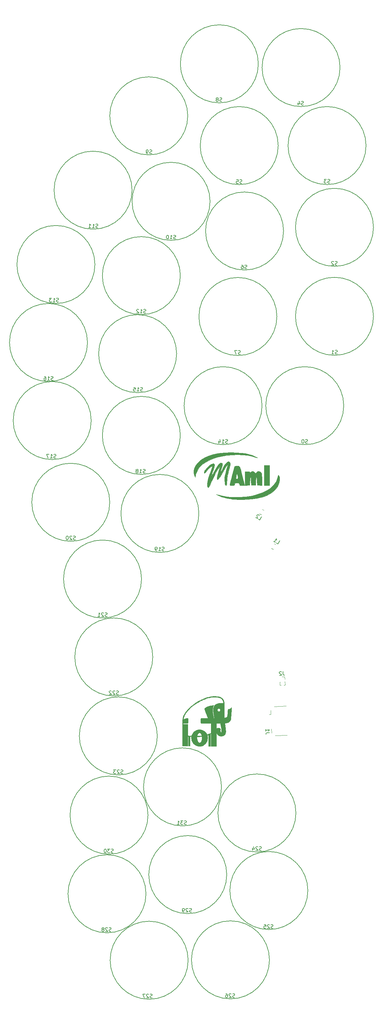
<source format=gto>
G04 #@! TF.GenerationSoftware,KiCad,Pcbnew,(5.0.0)*
G04 #@! TF.CreationDate,2019-11-05T15:59:09+01:00*
G04 #@! TF.ProjectId,Insole_PCB,496E736F6C655F5043422E6B69636164,rev?*
G04 #@! TF.SameCoordinates,Original*
G04 #@! TF.FileFunction,Legend,Top*
G04 #@! TF.FilePolarity,Positive*
%FSLAX46Y46*%
G04 Gerber Fmt 4.6, Leading zero omitted, Abs format (unit mm)*
G04 Created by KiCad (PCBNEW (5.0.0)) date 11/05/19 15:59:09*
%MOMM*%
%LPD*%
G01*
G04 APERTURE LIST*
%ADD10C,0.200000*%
%ADD11C,0.120000*%
%ADD12C,0.010000*%
%ADD13C,0.150000*%
G04 APERTURE END LIST*
D10*
G04 #@! TO.C,S31*
X205249453Y-219690707D02*
G75*
G03X205249453Y-219690707I-10500000J0D01*
G01*
G04 #@! TO.C,S30*
X185469453Y-227290707D02*
G75*
G03X185469453Y-227290707I-10500000J0D01*
G01*
G04 #@! TO.C,S29*
X206669453Y-243290707D02*
G75*
G03X206669453Y-243290707I-10500000J0D01*
G01*
G04 #@! TO.C,S28*
X184919453Y-248460707D02*
G75*
G03X184919453Y-248460707I-10500000J0D01*
G01*
G04 #@! TO.C,S27*
X196269453Y-266340707D02*
G75*
G03X196269453Y-266340707I-10500000J0D01*
G01*
G04 #@! TO.C,S26*
X218169453Y-266240707D02*
G75*
G03X218169453Y-266240707I-10500000J0D01*
G01*
G04 #@! TO.C,S25*
X228499453Y-247580707D02*
G75*
G03X228499453Y-247580707I-10500000J0D01*
G01*
G04 #@! TO.C,S24*
X225289453Y-226710707D02*
G75*
G03X225289453Y-226710707I-10500000J0D01*
G01*
G04 #@! TO.C,S23*
X187969453Y-205970707D02*
G75*
G03X187969453Y-205970707I-10500000J0D01*
G01*
G04 #@! TO.C,S22*
X186749453Y-184720707D02*
G75*
G03X186749453Y-184720707I-10500000J0D01*
G01*
G04 #@! TO.C,S21*
X183719453Y-163740707D02*
G75*
G03X183719453Y-163740707I-10500000J0D01*
G01*
G04 #@! TO.C,S20*
X175169453Y-143090707D02*
G75*
G03X175169453Y-143090707I-10500000J0D01*
G01*
G04 #@! TO.C,S19*
X199169453Y-146090707D02*
G75*
G03X199169453Y-146090707I-10500000J0D01*
G01*
G04 #@! TO.C,S18*
X194169453Y-125090707D02*
G75*
G03X194169453Y-125090707I-10500000J0D01*
G01*
G04 #@! TO.C,S17*
X170169453Y-121090707D02*
G75*
G03X170169453Y-121090707I-10500000J0D01*
G01*
G04 #@! TO.C,S16*
X169169453Y-100090707D02*
G75*
G03X169169453Y-100090707I-10500000J0D01*
G01*
G04 #@! TO.C,S15*
X193169453Y-103090707D02*
G75*
G03X193169453Y-103090707I-10500000J0D01*
G01*
G04 #@! TO.C,S14*
X216169453Y-117090707D02*
G75*
G03X216169453Y-117090707I-10500000J0D01*
G01*
G04 #@! TO.C,S13*
X171169453Y-79090707D02*
G75*
G03X171169453Y-79090707I-10500000J0D01*
G01*
G04 #@! TO.C,S12*
X194169453Y-82090707D02*
G75*
G03X194169453Y-82090707I-10500000J0D01*
G01*
G04 #@! TO.C,S11*
X181169453Y-59090707D02*
G75*
G03X181169453Y-59090707I-10500000J0D01*
G01*
G04 #@! TO.C,S10*
X202169453Y-62090707D02*
G75*
G03X202169453Y-62090707I-10500000J0D01*
G01*
G04 #@! TO.C,S9*
X196169453Y-39090707D02*
G75*
G03X196169453Y-39090707I-10500000J0D01*
G01*
G04 #@! TO.C,S8*
X215169453Y-25090707D02*
G75*
G03X215169453Y-25090707I-10500000J0D01*
G01*
G04 #@! TO.C,S7*
X220169453Y-93090707D02*
G75*
G03X220169453Y-93090707I-10500000J0D01*
G01*
G04 #@! TO.C,S6*
X221959453Y-70080707D02*
G75*
G03X221959453Y-70080707I-10500000J0D01*
G01*
G04 #@! TO.C,S5*
X220519453Y-47090707D02*
G75*
G03X220519453Y-47090707I-10500000J0D01*
G01*
G04 #@! TO.C,S4*
X237169453Y-26090707D02*
G75*
G03X237169453Y-26090707I-10500000J0D01*
G01*
G04 #@! TO.C,S3*
X244169453Y-47090707D02*
G75*
G03X244169453Y-47090707I-10500000J0D01*
G01*
G04 #@! TO.C,S2*
X246169453Y-69090707D02*
G75*
G03X246169453Y-69090707I-10500000J0D01*
G01*
G04 #@! TO.C,S1*
X246169453Y-93040707D02*
G75*
G03X246169453Y-93040707I-10500000J0D01*
G01*
G04 #@! TO.C,S0*
X238169453Y-117090707D02*
G75*
G03X238169453Y-117090707I-10500000J0D01*
G01*
D11*
G04 #@! TO.C,L2*
X216210526Y-144952703D02*
X216663028Y-145213955D01*
X215500526Y-146182459D02*
X215953028Y-146443711D01*
G04 #@! TO.C,L1*
X219153028Y-155723711D02*
X218700526Y-155462459D01*
X219863028Y-154493955D02*
X219410526Y-154232703D01*
G04 #@! TO.C,J1*
X222671936Y-197922364D02*
X219443904Y-198035089D01*
X218510092Y-199088320D02*
X218547783Y-200167662D01*
X218694234Y-204074932D02*
X218731926Y-205154274D01*
X222944850Y-205737600D02*
X219716818Y-205850325D01*
X218547783Y-200167662D02*
X218118045Y-200182669D01*
G04 #@! TO.C,J2*
X222234977Y-190018895D02*
X221541670Y-190067376D01*
X222282760Y-190702226D02*
X222234977Y-190018895D01*
X221030442Y-191476470D02*
X220943929Y-191482519D01*
X222330543Y-191385558D02*
X222244030Y-191391607D01*
X220943929Y-191482519D02*
X221004966Y-192355388D01*
X222330543Y-191385558D02*
X222391580Y-192258426D01*
X221304741Y-192334425D02*
X221004966Y-192355388D01*
X222391580Y-192258426D02*
X222091805Y-192279388D01*
D12*
G04 #@! TO.C,G\002A\002A\002A*
G36*
X209295600Y-129708978D02*
X210527206Y-129795346D01*
X211621482Y-129943122D01*
X212608039Y-130157235D01*
X213516490Y-130442618D01*
X214221653Y-130732245D01*
X214603611Y-130913619D01*
X214829078Y-131036521D01*
X214891200Y-131094277D01*
X214783123Y-131080211D01*
X214497993Y-130987648D01*
X214475653Y-130979649D01*
X213428454Y-130677188D01*
X212235408Y-130460864D01*
X210934416Y-130330054D01*
X209563377Y-130284137D01*
X208160192Y-130322488D01*
X206762761Y-130444486D01*
X205408984Y-130649508D01*
X204136761Y-130936932D01*
X203389075Y-131161751D01*
X202088684Y-131667408D01*
X200974633Y-132250971D01*
X200047310Y-132912087D01*
X199307106Y-133650407D01*
X198754409Y-134465578D01*
X198389607Y-135357249D01*
X198290095Y-135766707D01*
X198170284Y-136376307D01*
X197941149Y-135876152D01*
X197764382Y-135256164D01*
X197769277Y-134595948D01*
X197943634Y-133916168D01*
X198275252Y-133237489D01*
X198751932Y-132580576D01*
X199361473Y-131966095D01*
X200091676Y-131414709D01*
X200819658Y-131000414D01*
X201783091Y-130575282D01*
X202777761Y-130240039D01*
X203835491Y-129988742D01*
X204988102Y-129815450D01*
X206267415Y-129714224D01*
X207705254Y-129679122D01*
X207897053Y-129679086D01*
X209295600Y-129708978D01*
X209295600Y-129708978D01*
G37*
X209295600Y-129708978D02*
X210527206Y-129795346D01*
X211621482Y-129943122D01*
X212608039Y-130157235D01*
X213516490Y-130442618D01*
X214221653Y-130732245D01*
X214603611Y-130913619D01*
X214829078Y-131036521D01*
X214891200Y-131094277D01*
X214783123Y-131080211D01*
X214497993Y-130987648D01*
X214475653Y-130979649D01*
X213428454Y-130677188D01*
X212235408Y-130460864D01*
X210934416Y-130330054D01*
X209563377Y-130284137D01*
X208160192Y-130322488D01*
X206762761Y-130444486D01*
X205408984Y-130649508D01*
X204136761Y-130936932D01*
X203389075Y-131161751D01*
X202088684Y-131667408D01*
X200974633Y-132250971D01*
X200047310Y-132912087D01*
X199307106Y-133650407D01*
X198754409Y-134465578D01*
X198389607Y-135357249D01*
X198290095Y-135766707D01*
X198170284Y-136376307D01*
X197941149Y-135876152D01*
X197764382Y-135256164D01*
X197769277Y-134595948D01*
X197943634Y-133916168D01*
X198275252Y-133237489D01*
X198751932Y-132580576D01*
X199361473Y-131966095D01*
X200091676Y-131414709D01*
X200819658Y-131000414D01*
X201783091Y-130575282D01*
X202777761Y-130240039D01*
X203835491Y-129988742D01*
X204988102Y-129815450D01*
X206267415Y-129714224D01*
X207705254Y-129679122D01*
X207897053Y-129679086D01*
X209295600Y-129708978D01*
G36*
X218158653Y-138560707D02*
X216736253Y-138560707D01*
X216736253Y-133175907D01*
X218158653Y-133175907D01*
X218158653Y-138560707D01*
X218158653Y-138560707D01*
G37*
X218158653Y-138560707D02*
X216736253Y-138560707D01*
X216736253Y-133175907D01*
X218158653Y-133175907D01*
X218158653Y-138560707D01*
G36*
X215531447Y-134809070D02*
X215618967Y-134852469D01*
X215798233Y-134981205D01*
X215931591Y-135174486D01*
X216025047Y-135459742D01*
X216084607Y-135864406D01*
X216116278Y-136415908D01*
X216126067Y-137141679D01*
X216126086Y-137168555D01*
X216126653Y-138570403D01*
X214856653Y-138509907D01*
X214805853Y-137400458D01*
X214767976Y-136820718D01*
X214716566Y-136442391D01*
X214651416Y-136264127D01*
X214631449Y-136250123D01*
X214572863Y-136290063D01*
X214530013Y-136468568D01*
X214499996Y-136806761D01*
X214479913Y-137325766D01*
X214479049Y-137359572D01*
X214450253Y-138509907D01*
X213231053Y-138509907D01*
X213202256Y-137359572D01*
X213182629Y-136830133D01*
X213153227Y-136482655D01*
X213111149Y-136296014D01*
X213053494Y-136249085D01*
X213049856Y-136250123D01*
X212980963Y-136374615D01*
X212925864Y-136698806D01*
X212884355Y-137224044D01*
X212875453Y-137400458D01*
X212824653Y-138509907D01*
X211554653Y-138570403D01*
X211554653Y-134801507D01*
X212167441Y-134801507D01*
X212541877Y-134816755D01*
X212754082Y-134868573D01*
X212840394Y-134958293D01*
X212907020Y-135061105D01*
X213016237Y-135009393D01*
X213065806Y-134966208D01*
X213291380Y-134827551D01*
X213507895Y-134748250D01*
X213723765Y-134733113D01*
X213923242Y-134833253D01*
X214092095Y-134986519D01*
X214399453Y-135293876D01*
X214696437Y-134996891D01*
X214971922Y-134772054D01*
X215225051Y-134713393D01*
X215531447Y-134809070D01*
X215531447Y-134809070D01*
G37*
X215531447Y-134809070D02*
X215618967Y-134852469D01*
X215798233Y-134981205D01*
X215931591Y-135174486D01*
X216025047Y-135459742D01*
X216084607Y-135864406D01*
X216116278Y-136415908D01*
X216126067Y-137141679D01*
X216126086Y-137168555D01*
X216126653Y-138570403D01*
X214856653Y-138509907D01*
X214805853Y-137400458D01*
X214767976Y-136820718D01*
X214716566Y-136442391D01*
X214651416Y-136264127D01*
X214631449Y-136250123D01*
X214572863Y-136290063D01*
X214530013Y-136468568D01*
X214499996Y-136806761D01*
X214479913Y-137325766D01*
X214479049Y-137359572D01*
X214450253Y-138509907D01*
X213231053Y-138509907D01*
X213202256Y-137359572D01*
X213182629Y-136830133D01*
X213153227Y-136482655D01*
X213111149Y-136296014D01*
X213053494Y-136249085D01*
X213049856Y-136250123D01*
X212980963Y-136374615D01*
X212925864Y-136698806D01*
X212884355Y-137224044D01*
X212875453Y-137400458D01*
X212824653Y-138509907D01*
X211554653Y-138570403D01*
X211554653Y-134801507D01*
X212167441Y-134801507D01*
X212541877Y-134816755D01*
X212754082Y-134868573D01*
X212840394Y-134958293D01*
X212907020Y-135061105D01*
X213016237Y-135009393D01*
X213065806Y-134966208D01*
X213291380Y-134827551D01*
X213507895Y-134748250D01*
X213723765Y-134733113D01*
X213923242Y-134833253D01*
X214092095Y-134986519D01*
X214399453Y-135293876D01*
X214696437Y-134996891D01*
X214971922Y-134772054D01*
X215225051Y-134713393D01*
X215531447Y-134809070D01*
G36*
X209839732Y-133335624D02*
X209896221Y-133351229D01*
X209989302Y-133389476D01*
X210068665Y-133452055D01*
X210143363Y-133563685D01*
X210222450Y-133749084D01*
X210314978Y-134032970D01*
X210430002Y-134440060D01*
X210576574Y-134995073D01*
X210761267Y-135713038D01*
X210931209Y-136378577D01*
X211087180Y-136992715D01*
X211221037Y-137523119D01*
X211324635Y-137937455D01*
X211389829Y-138203390D01*
X211405421Y-138270331D01*
X211469198Y-138560707D01*
X210800725Y-138560707D01*
X210439910Y-138554164D01*
X210237791Y-138525878D01*
X210150051Y-138462857D01*
X210132253Y-138364764D01*
X210041944Y-138093265D01*
X209794966Y-137913192D01*
X209439195Y-137851062D01*
X209091970Y-137881149D01*
X208896261Y-137987160D01*
X208805855Y-138198199D01*
X208796295Y-138255907D01*
X208760608Y-138395852D01*
X208670243Y-138475895D01*
X208475779Y-138516979D01*
X208127798Y-138540052D01*
X208125653Y-138540155D01*
X207774652Y-138549400D01*
X207581588Y-138527996D01*
X207502233Y-138465782D01*
X207490653Y-138394284D01*
X207515439Y-138250074D01*
X207585088Y-137938565D01*
X207692533Y-137488912D01*
X207830707Y-136930268D01*
X207916927Y-136590110D01*
X209142777Y-136590110D01*
X209158108Y-136694433D01*
X209297082Y-136806944D01*
X209445998Y-136815232D01*
X209595087Y-136763540D01*
X209658538Y-136625570D01*
X209667617Y-136376307D01*
X209638560Y-135974413D01*
X209574858Y-135650128D01*
X209488388Y-135450964D01*
X209426320Y-135411107D01*
X209355419Y-135501425D01*
X209278084Y-135729223D01*
X209207845Y-136029762D01*
X209158233Y-136338303D01*
X209142777Y-136590110D01*
X207916927Y-136590110D01*
X207992544Y-136291788D01*
X208118962Y-135802055D01*
X208747271Y-133385946D01*
X209179411Y-133321143D01*
X209525635Y-133301864D01*
X209839732Y-133335624D01*
X209839732Y-133335624D01*
G37*
X209839732Y-133335624D02*
X209896221Y-133351229D01*
X209989302Y-133389476D01*
X210068665Y-133452055D01*
X210143363Y-133563685D01*
X210222450Y-133749084D01*
X210314978Y-134032970D01*
X210430002Y-134440060D01*
X210576574Y-134995073D01*
X210761267Y-135713038D01*
X210931209Y-136378577D01*
X211087180Y-136992715D01*
X211221037Y-137523119D01*
X211324635Y-137937455D01*
X211389829Y-138203390D01*
X211405421Y-138270331D01*
X211469198Y-138560707D01*
X210800725Y-138560707D01*
X210439910Y-138554164D01*
X210237791Y-138525878D01*
X210150051Y-138462857D01*
X210132253Y-138364764D01*
X210041944Y-138093265D01*
X209794966Y-137913192D01*
X209439195Y-137851062D01*
X209091970Y-137881149D01*
X208896261Y-137987160D01*
X208805855Y-138198199D01*
X208796295Y-138255907D01*
X208760608Y-138395852D01*
X208670243Y-138475895D01*
X208475779Y-138516979D01*
X208127798Y-138540052D01*
X208125653Y-138540155D01*
X207774652Y-138549400D01*
X207581588Y-138527996D01*
X207502233Y-138465782D01*
X207490653Y-138394284D01*
X207515439Y-138250074D01*
X207585088Y-137938565D01*
X207692533Y-137488912D01*
X207830707Y-136930268D01*
X207916927Y-136590110D01*
X209142777Y-136590110D01*
X209158108Y-136694433D01*
X209297082Y-136806944D01*
X209445998Y-136815232D01*
X209595087Y-136763540D01*
X209658538Y-136625570D01*
X209667617Y-136376307D01*
X209638560Y-135974413D01*
X209574858Y-135650128D01*
X209488388Y-135450964D01*
X209426320Y-135411107D01*
X209355419Y-135501425D01*
X209278084Y-135729223D01*
X209207845Y-136029762D01*
X209158233Y-136338303D01*
X209142777Y-136590110D01*
X207916927Y-136590110D01*
X207992544Y-136291788D01*
X208118962Y-135802055D01*
X208747271Y-133385946D01*
X209179411Y-133321143D01*
X209525635Y-133301864D01*
X209839732Y-133335624D01*
G36*
X207287103Y-132123389D02*
X207434091Y-132284113D01*
X207565669Y-132609656D01*
X207572940Y-133048602D01*
X207456237Y-133624666D01*
X207453023Y-133636365D01*
X207362417Y-133964348D01*
X207238681Y-134411620D01*
X207102988Y-134901662D01*
X207046284Y-135106307D01*
X206858272Y-135952201D01*
X206739841Y-136839184D01*
X206721858Y-137087507D01*
X206685661Y-137669930D01*
X206649257Y-138078447D01*
X206606791Y-138342272D01*
X206552410Y-138490620D01*
X206480262Y-138552706D01*
X206426692Y-138560707D01*
X206292365Y-138463873D01*
X206184836Y-138190244D01*
X206109832Y-137765132D01*
X206073081Y-137213845D01*
X206070321Y-136985907D01*
X206091201Y-136447515D01*
X206158735Y-135901102D01*
X206282161Y-135300335D01*
X206470718Y-134598880D01*
X206685737Y-133899387D01*
X206810766Y-133491307D01*
X206901734Y-133161265D01*
X206947204Y-132952817D01*
X206947249Y-132903436D01*
X206867939Y-132927862D01*
X206722033Y-133102202D01*
X206504172Y-133434655D01*
X206209000Y-133933421D01*
X205831157Y-134606699D01*
X205814253Y-134637368D01*
X205342172Y-135466234D01*
X204942326Y-136107409D01*
X204613468Y-136562652D01*
X204354350Y-136833721D01*
X204195007Y-136919433D01*
X204087828Y-136920655D01*
X204040967Y-136839851D01*
X204042776Y-136631907D01*
X204064006Y-136412100D01*
X204119339Y-136090755D01*
X204223988Y-135641753D01*
X204361853Y-135129819D01*
X204485693Y-134717021D01*
X204627098Y-134265615D01*
X204742800Y-133889846D01*
X204820787Y-133629173D01*
X204849053Y-133523221D01*
X204806375Y-133473048D01*
X204687727Y-133580675D01*
X204507184Y-133821745D01*
X204278825Y-134171899D01*
X204016725Y-134606780D01*
X203734961Y-135102029D01*
X203447611Y-135633289D01*
X203168750Y-136176201D01*
X202912455Y-136706408D01*
X202692804Y-137199552D01*
X202615585Y-137387946D01*
X202368024Y-137984463D01*
X202139036Y-138485712D01*
X201941419Y-138866741D01*
X201787972Y-139102600D01*
X201701316Y-139170307D01*
X201581897Y-139091226D01*
X201499827Y-138973786D01*
X201405308Y-138621189D01*
X201405334Y-138112864D01*
X201495959Y-137470818D01*
X201673238Y-136717060D01*
X201933226Y-135873598D01*
X202174649Y-135209536D01*
X202422175Y-134557095D01*
X202595498Y-134071017D01*
X202700180Y-133730773D01*
X202741786Y-133515838D01*
X202725879Y-133405685D01*
X202670781Y-133379107D01*
X202508331Y-133450845D01*
X202252269Y-133642859D01*
X201940288Y-133920344D01*
X201610081Y-134248497D01*
X201299340Y-134592516D01*
X201131699Y-134800201D01*
X200874743Y-135118894D01*
X200708648Y-135272541D01*
X200616949Y-135268636D01*
X200583177Y-135114675D01*
X200581853Y-135050461D01*
X200625828Y-134764347D01*
X200771603Y-134461733D01*
X201039944Y-134110711D01*
X201451623Y-133679374D01*
X201514045Y-133618367D01*
X202025247Y-133158156D01*
X202453860Y-132856750D01*
X202823474Y-132699704D01*
X203066007Y-132667907D01*
X203222602Y-132684813D01*
X203298769Y-132771049D01*
X203323061Y-132979888D01*
X203324676Y-133150507D01*
X203283269Y-133503635D01*
X203164348Y-134012132D01*
X202975241Y-134646727D01*
X202873207Y-134953907D01*
X202718371Y-135416519D01*
X202600686Y-135786515D01*
X202529022Y-136034422D01*
X202512247Y-136130770D01*
X202521597Y-136122307D01*
X202607112Y-135977788D01*
X202767584Y-135695105D01*
X202980452Y-135314365D01*
X203223155Y-134875672D01*
X203236015Y-134852307D01*
X203709753Y-134027246D01*
X204123510Y-133386218D01*
X204484219Y-132921387D01*
X204798811Y-132624919D01*
X205074220Y-132488981D01*
X205313690Y-132504302D01*
X205410803Y-132575979D01*
X205451419Y-132726594D01*
X205444957Y-133007453D01*
X205432704Y-133152658D01*
X205364402Y-133589277D01*
X205247934Y-134074727D01*
X205164788Y-134340785D01*
X205030383Y-134738603D01*
X204971566Y-134959478D01*
X204990043Y-135001851D01*
X205087525Y-134864162D01*
X205265719Y-134544853D01*
X205526333Y-134042365D01*
X205556196Y-133983553D01*
X205933964Y-133286513D01*
X206267725Y-132774552D01*
X206564973Y-132436188D01*
X206567220Y-132434153D01*
X206881842Y-132178554D01*
X207109355Y-132077120D01*
X207287103Y-132123389D01*
X207287103Y-132123389D01*
G37*
X207287103Y-132123389D02*
X207434091Y-132284113D01*
X207565669Y-132609656D01*
X207572940Y-133048602D01*
X207456237Y-133624666D01*
X207453023Y-133636365D01*
X207362417Y-133964348D01*
X207238681Y-134411620D01*
X207102988Y-134901662D01*
X207046284Y-135106307D01*
X206858272Y-135952201D01*
X206739841Y-136839184D01*
X206721858Y-137087507D01*
X206685661Y-137669930D01*
X206649257Y-138078447D01*
X206606791Y-138342272D01*
X206552410Y-138490620D01*
X206480262Y-138552706D01*
X206426692Y-138560707D01*
X206292365Y-138463873D01*
X206184836Y-138190244D01*
X206109832Y-137765132D01*
X206073081Y-137213845D01*
X206070321Y-136985907D01*
X206091201Y-136447515D01*
X206158735Y-135901102D01*
X206282161Y-135300335D01*
X206470718Y-134598880D01*
X206685737Y-133899387D01*
X206810766Y-133491307D01*
X206901734Y-133161265D01*
X206947204Y-132952817D01*
X206947249Y-132903436D01*
X206867939Y-132927862D01*
X206722033Y-133102202D01*
X206504172Y-133434655D01*
X206209000Y-133933421D01*
X205831157Y-134606699D01*
X205814253Y-134637368D01*
X205342172Y-135466234D01*
X204942326Y-136107409D01*
X204613468Y-136562652D01*
X204354350Y-136833721D01*
X204195007Y-136919433D01*
X204087828Y-136920655D01*
X204040967Y-136839851D01*
X204042776Y-136631907D01*
X204064006Y-136412100D01*
X204119339Y-136090755D01*
X204223988Y-135641753D01*
X204361853Y-135129819D01*
X204485693Y-134717021D01*
X204627098Y-134265615D01*
X204742800Y-133889846D01*
X204820787Y-133629173D01*
X204849053Y-133523221D01*
X204806375Y-133473048D01*
X204687727Y-133580675D01*
X204507184Y-133821745D01*
X204278825Y-134171899D01*
X204016725Y-134606780D01*
X203734961Y-135102029D01*
X203447611Y-135633289D01*
X203168750Y-136176201D01*
X202912455Y-136706408D01*
X202692804Y-137199552D01*
X202615585Y-137387946D01*
X202368024Y-137984463D01*
X202139036Y-138485712D01*
X201941419Y-138866741D01*
X201787972Y-139102600D01*
X201701316Y-139170307D01*
X201581897Y-139091226D01*
X201499827Y-138973786D01*
X201405308Y-138621189D01*
X201405334Y-138112864D01*
X201495959Y-137470818D01*
X201673238Y-136717060D01*
X201933226Y-135873598D01*
X202174649Y-135209536D01*
X202422175Y-134557095D01*
X202595498Y-134071017D01*
X202700180Y-133730773D01*
X202741786Y-133515838D01*
X202725879Y-133405685D01*
X202670781Y-133379107D01*
X202508331Y-133450845D01*
X202252269Y-133642859D01*
X201940288Y-133920344D01*
X201610081Y-134248497D01*
X201299340Y-134592516D01*
X201131699Y-134800201D01*
X200874743Y-135118894D01*
X200708648Y-135272541D01*
X200616949Y-135268636D01*
X200583177Y-135114675D01*
X200581853Y-135050461D01*
X200625828Y-134764347D01*
X200771603Y-134461733D01*
X201039944Y-134110711D01*
X201451623Y-133679374D01*
X201514045Y-133618367D01*
X202025247Y-133158156D01*
X202453860Y-132856750D01*
X202823474Y-132699704D01*
X203066007Y-132667907D01*
X203222602Y-132684813D01*
X203298769Y-132771049D01*
X203323061Y-132979888D01*
X203324676Y-133150507D01*
X203283269Y-133503635D01*
X203164348Y-134012132D01*
X202975241Y-134646727D01*
X202873207Y-134953907D01*
X202718371Y-135416519D01*
X202600686Y-135786515D01*
X202529022Y-136034422D01*
X202512247Y-136130770D01*
X202521597Y-136122307D01*
X202607112Y-135977788D01*
X202767584Y-135695105D01*
X202980452Y-135314365D01*
X203223155Y-134875672D01*
X203236015Y-134852307D01*
X203709753Y-134027246D01*
X204123510Y-133386218D01*
X204484219Y-132921387D01*
X204798811Y-132624919D01*
X205074220Y-132488981D01*
X205313690Y-132504302D01*
X205410803Y-132575979D01*
X205451419Y-132726594D01*
X205444957Y-133007453D01*
X205432704Y-133152658D01*
X205364402Y-133589277D01*
X205247934Y-134074727D01*
X205164788Y-134340785D01*
X205030383Y-134738603D01*
X204971566Y-134959478D01*
X204990043Y-135001851D01*
X205087525Y-134864162D01*
X205265719Y-134544853D01*
X205526333Y-134042365D01*
X205556196Y-133983553D01*
X205933964Y-133286513D01*
X206267725Y-132774552D01*
X206564973Y-132436188D01*
X206567220Y-132434153D01*
X206881842Y-132178554D01*
X207109355Y-132077120D01*
X207287103Y-132123389D01*
G36*
X203934653Y-140948307D02*
X203883853Y-140999107D01*
X203833053Y-140948307D01*
X203883853Y-140897507D01*
X203934653Y-140948307D01*
X203934653Y-140948307D01*
G37*
X203934653Y-140948307D02*
X203883853Y-140999107D01*
X203833053Y-140948307D01*
X203883853Y-140897507D01*
X203934653Y-140948307D01*
G36*
X220624748Y-135827887D02*
X220759416Y-136079698D01*
X220761636Y-136084995D01*
X220865189Y-136475489D01*
X220889455Y-136987255D01*
X220881440Y-137184507D01*
X220735878Y-137999089D01*
X220401103Y-138772138D01*
X219888705Y-139493241D01*
X219210274Y-140151986D01*
X218377401Y-140737958D01*
X217401675Y-141240744D01*
X216294687Y-141649932D01*
X215738264Y-141805461D01*
X214668656Y-142029542D01*
X213465591Y-142202053D01*
X212193359Y-142318182D01*
X210916247Y-142373120D01*
X209698546Y-142362056D01*
X208937247Y-142314376D01*
X208265930Y-142238564D01*
X207535312Y-142129138D01*
X206805152Y-141997246D01*
X206135209Y-141854036D01*
X205585243Y-141710655D01*
X205418936Y-141658035D01*
X205064024Y-141528692D01*
X204703653Y-141383109D01*
X204384191Y-141241991D01*
X204152005Y-141126043D01*
X204053465Y-141055971D01*
X204054384Y-141048708D01*
X204161260Y-141057313D01*
X204419174Y-141109346D01*
X204783016Y-141195177D01*
X205007988Y-141252275D01*
X205873033Y-141447014D01*
X206763683Y-141583481D01*
X207723620Y-141665462D01*
X208796526Y-141696747D01*
X209971848Y-141682640D01*
X211800634Y-141566991D01*
X213474281Y-141323933D01*
X214996833Y-140952357D01*
X216372334Y-140451151D01*
X217604828Y-139819202D01*
X218223784Y-139415092D01*
X218891753Y-138860773D01*
X219466749Y-138224083D01*
X219922985Y-137542761D01*
X220234675Y-136854544D01*
X220368573Y-136276239D01*
X220430560Y-135925557D01*
X220515540Y-135776307D01*
X220624748Y-135827887D01*
X220624748Y-135827887D01*
G37*
X220624748Y-135827887D02*
X220759416Y-136079698D01*
X220761636Y-136084995D01*
X220865189Y-136475489D01*
X220889455Y-136987255D01*
X220881440Y-137184507D01*
X220735878Y-137999089D01*
X220401103Y-138772138D01*
X219888705Y-139493241D01*
X219210274Y-140151986D01*
X218377401Y-140737958D01*
X217401675Y-141240744D01*
X216294687Y-141649932D01*
X215738264Y-141805461D01*
X214668656Y-142029542D01*
X213465591Y-142202053D01*
X212193359Y-142318182D01*
X210916247Y-142373120D01*
X209698546Y-142362056D01*
X208937247Y-142314376D01*
X208265930Y-142238564D01*
X207535312Y-142129138D01*
X206805152Y-141997246D01*
X206135209Y-141854036D01*
X205585243Y-141710655D01*
X205418936Y-141658035D01*
X205064024Y-141528692D01*
X204703653Y-141383109D01*
X204384191Y-141241991D01*
X204152005Y-141126043D01*
X204053465Y-141055971D01*
X204054384Y-141048708D01*
X204161260Y-141057313D01*
X204419174Y-141109346D01*
X204783016Y-141195177D01*
X205007988Y-141252275D01*
X205873033Y-141447014D01*
X206763683Y-141583481D01*
X207723620Y-141665462D01*
X208796526Y-141696747D01*
X209971848Y-141682640D01*
X211800634Y-141566991D01*
X213474281Y-141323933D01*
X214996833Y-140952357D01*
X216372334Y-140451151D01*
X217604828Y-139819202D01*
X218223784Y-139415092D01*
X218891753Y-138860773D01*
X219466749Y-138224083D01*
X219922985Y-137542761D01*
X220234675Y-136854544D01*
X220368573Y-136276239D01*
X220430560Y-135925557D01*
X220515540Y-135776307D01*
X220624748Y-135827887D01*
G36*
X203446800Y-195304393D02*
X203602425Y-195308590D01*
X203755834Y-195315525D01*
X203904294Y-195325139D01*
X204045073Y-195337373D01*
X204175439Y-195352167D01*
X204225939Y-195359058D01*
X204417458Y-195391937D01*
X204597567Y-195433742D01*
X204766346Y-195484531D01*
X204923876Y-195544360D01*
X205070235Y-195613286D01*
X205205503Y-195691367D01*
X205329759Y-195778659D01*
X205443085Y-195875220D01*
X205545558Y-195981106D01*
X205637258Y-196096375D01*
X205718266Y-196221083D01*
X205788661Y-196355287D01*
X205848522Y-196499045D01*
X205858851Y-196527842D01*
X205895753Y-196648433D01*
X205926236Y-196779967D01*
X205949984Y-196920218D01*
X205966682Y-197066960D01*
X205976012Y-197217967D01*
X205977739Y-197365250D01*
X205977688Y-197427348D01*
X205979339Y-197475155D01*
X205982690Y-197508623D01*
X205985308Y-197521084D01*
X205988987Y-197536841D01*
X205991798Y-197555892D01*
X205993740Y-197579572D01*
X205994816Y-197609216D01*
X205995028Y-197646161D01*
X205994376Y-197691741D01*
X205992863Y-197747293D01*
X205990490Y-197814151D01*
X205987258Y-197893653D01*
X205985796Y-197927678D01*
X205984120Y-197969589D01*
X205982614Y-198014796D01*
X205981271Y-198064136D01*
X205980083Y-198118447D01*
X205979043Y-198178565D01*
X205978144Y-198245327D01*
X205977380Y-198319571D01*
X205976743Y-198402134D01*
X205976226Y-198493853D01*
X205975822Y-198595564D01*
X205975524Y-198708106D01*
X205975325Y-198832315D01*
X205975218Y-198969029D01*
X205975195Y-199119083D01*
X205975209Y-199183164D01*
X205975328Y-199312353D01*
X205975605Y-199442885D01*
X205976030Y-199573948D01*
X205976592Y-199704730D01*
X205977283Y-199834417D01*
X205978094Y-199962197D01*
X205979014Y-200087259D01*
X205980035Y-200208789D01*
X205981147Y-200325974D01*
X205982340Y-200438003D01*
X205983606Y-200544063D01*
X205984934Y-200643341D01*
X205986315Y-200735025D01*
X205987740Y-200818302D01*
X205989200Y-200892360D01*
X205990685Y-200956387D01*
X205992185Y-201009569D01*
X205993691Y-201051094D01*
X205995194Y-201080151D01*
X205996684Y-201095925D01*
X205997446Y-201098605D01*
X206007133Y-201099757D01*
X206028611Y-201097412D01*
X206059723Y-201092080D01*
X206098309Y-201084273D01*
X206142212Y-201074500D01*
X206189273Y-201063273D01*
X206237334Y-201051103D01*
X206284237Y-201038501D01*
X206327823Y-201025977D01*
X206365935Y-201014043D01*
X206389705Y-201005757D01*
X206485866Y-200965098D01*
X206570674Y-200918827D01*
X206643539Y-200867396D01*
X206703871Y-200811259D01*
X206751078Y-200750868D01*
X206773425Y-200711630D01*
X206798882Y-200659993D01*
X206889387Y-199723821D01*
X206900525Y-199608522D01*
X206911270Y-199497112D01*
X206921539Y-199390455D01*
X206931251Y-199289416D01*
X206940322Y-199194860D01*
X206948670Y-199107652D01*
X206956213Y-199028657D01*
X206962867Y-198958739D01*
X206968550Y-198898764D01*
X206973181Y-198849597D01*
X206976675Y-198812102D01*
X206978951Y-198787144D01*
X206979927Y-198775589D01*
X206979958Y-198774950D01*
X206981300Y-198769630D01*
X206986813Y-198766032D01*
X206998825Y-198763827D01*
X207019664Y-198762686D01*
X207051659Y-198762280D01*
X207069937Y-198762250D01*
X207154650Y-198758657D01*
X207235623Y-198747436D01*
X207314314Y-198727923D01*
X207392177Y-198699454D01*
X207470667Y-198661367D01*
X207551240Y-198612997D01*
X207635352Y-198553681D01*
X207724458Y-198482756D01*
X207772020Y-198442137D01*
X207822167Y-198399008D01*
X207862776Y-198365942D01*
X207894827Y-198342997D01*
X207919303Y-198330235D01*
X207937182Y-198327715D01*
X207949445Y-198335498D01*
X207957074Y-198353645D01*
X207961047Y-198382215D01*
X207962347Y-198421268D01*
X207962204Y-198453821D01*
X207961561Y-198469169D01*
X207959876Y-198498123D01*
X207957214Y-198539817D01*
X207953640Y-198593386D01*
X207949217Y-198657963D01*
X207944011Y-198732682D01*
X207938085Y-198816678D01*
X207931504Y-198909084D01*
X207924331Y-199009035D01*
X207916632Y-199115664D01*
X207908471Y-199228106D01*
X207899911Y-199345495D01*
X207891018Y-199466965D01*
X207881855Y-199591650D01*
X207872487Y-199718683D01*
X207862977Y-199847200D01*
X207853392Y-199976333D01*
X207843794Y-200105218D01*
X207834247Y-200232987D01*
X207824817Y-200358776D01*
X207815568Y-200481718D01*
X207806564Y-200600948D01*
X207797868Y-200715598D01*
X207789546Y-200824805D01*
X207781662Y-200927700D01*
X207774280Y-201023419D01*
X207767464Y-201111096D01*
X207761279Y-201189865D01*
X207755789Y-201258859D01*
X207751058Y-201317212D01*
X207747150Y-201364060D01*
X207744131Y-201398535D01*
X207742063Y-201419773D01*
X207741812Y-201421993D01*
X207723748Y-201540186D01*
X207698101Y-201648410D01*
X207664082Y-201749517D01*
X207629688Y-201828495D01*
X207578667Y-201920855D01*
X207517820Y-202005848D01*
X207446707Y-202083756D01*
X207364887Y-202154863D01*
X207271919Y-202219451D01*
X207167363Y-202277805D01*
X207050778Y-202330207D01*
X206921724Y-202376940D01*
X206779760Y-202418287D01*
X206671511Y-202444391D01*
X206603335Y-202458704D01*
X206525378Y-202473609D01*
X206442305Y-202488307D01*
X206358783Y-202501996D01*
X206279477Y-202513877D01*
X206219839Y-202521836D01*
X206180927Y-202527531D01*
X206156198Y-202533204D01*
X206145802Y-202538817D01*
X206145453Y-202540037D01*
X206146251Y-202548244D01*
X206148581Y-202569999D01*
X206152345Y-202604428D01*
X206157444Y-202650655D01*
X206163783Y-202707807D01*
X206171262Y-202775009D01*
X206179785Y-202851387D01*
X206189254Y-202936065D01*
X206199572Y-203028170D01*
X206210640Y-203126826D01*
X206222361Y-203231160D01*
X206234637Y-203340296D01*
X206247157Y-203451449D01*
X206263678Y-203598053D01*
X206278654Y-203731022D01*
X206292159Y-203851144D01*
X206304270Y-203959207D01*
X206315063Y-204055999D01*
X206324613Y-204142310D01*
X206332997Y-204218926D01*
X206340290Y-204286636D01*
X206346568Y-204346228D01*
X206351909Y-204398491D01*
X206356386Y-204444212D01*
X206360077Y-204484180D01*
X206363057Y-204519184D01*
X206365402Y-204550010D01*
X206367189Y-204577448D01*
X206368492Y-204602285D01*
X206369389Y-204625310D01*
X206369955Y-204647312D01*
X206370265Y-204669077D01*
X206370397Y-204691395D01*
X206370425Y-204715053D01*
X206370425Y-204730645D01*
X206365952Y-204882864D01*
X206352440Y-205024047D01*
X206329744Y-205154624D01*
X206297723Y-205275029D01*
X206256234Y-205385690D01*
X206205132Y-205487042D01*
X206144277Y-205579513D01*
X206073524Y-205663537D01*
X206055215Y-205682332D01*
X205974728Y-205754107D01*
X205886113Y-205816518D01*
X205788761Y-205869791D01*
X205682067Y-205914154D01*
X205565423Y-205949832D01*
X205438221Y-205977052D01*
X205299856Y-205996041D01*
X205191139Y-206004855D01*
X205044110Y-206008310D01*
X204906209Y-206000511D01*
X204777360Y-205981426D01*
X204657485Y-205951023D01*
X204546509Y-205909269D01*
X204444354Y-205856133D01*
X204350945Y-205791583D01*
X204266204Y-205715587D01*
X204190056Y-205628113D01*
X204147860Y-205569207D01*
X204098419Y-205489014D01*
X204054782Y-205405228D01*
X204016556Y-205316473D01*
X203983348Y-205221374D01*
X203954764Y-205118557D01*
X203930411Y-205006647D01*
X203909894Y-204884269D01*
X203892821Y-204750049D01*
X203882017Y-204640535D01*
X203880199Y-204622017D01*
X203878744Y-204612735D01*
X203877604Y-204613508D01*
X203876733Y-204625153D01*
X203876084Y-204648488D01*
X203875609Y-204684333D01*
X203875262Y-204733504D01*
X203875134Y-204760278D01*
X203873900Y-205048659D01*
X203872722Y-205322864D01*
X203871598Y-205583233D01*
X203870527Y-205830105D01*
X203869507Y-206063818D01*
X203868536Y-206284713D01*
X203867612Y-206493128D01*
X203866734Y-206689401D01*
X203865900Y-206873873D01*
X203865107Y-207046881D01*
X203864355Y-207208765D01*
X203863642Y-207359865D01*
X203862965Y-207500518D01*
X203862323Y-207631064D01*
X203861714Y-207751843D01*
X203861137Y-207863192D01*
X203860589Y-207965452D01*
X203860069Y-208058960D01*
X203859574Y-208144057D01*
X203859105Y-208221080D01*
X203858657Y-208290370D01*
X203858231Y-208352265D01*
X203857823Y-208407104D01*
X203857432Y-208455226D01*
X203857057Y-208496971D01*
X203856695Y-208532676D01*
X203856345Y-208562682D01*
X203856006Y-208587327D01*
X203855674Y-208606950D01*
X203855349Y-208621890D01*
X203855029Y-208632487D01*
X203854811Y-208637407D01*
X203850799Y-208711793D01*
X203337421Y-208711793D01*
X203245474Y-208711721D01*
X203152531Y-208711514D01*
X203060453Y-208711184D01*
X202971105Y-208710743D01*
X202886350Y-208710204D01*
X202808049Y-208709579D01*
X202738067Y-208708880D01*
X202678265Y-208708120D01*
X202630507Y-208707311D01*
X202617848Y-208707038D01*
X202411653Y-208702284D01*
X202413953Y-208044824D01*
X202414202Y-207954027D01*
X202414365Y-207850367D01*
X202414445Y-207735493D01*
X202414443Y-207611057D01*
X202414363Y-207478709D01*
X202414207Y-207340099D01*
X202413977Y-207196878D01*
X202413678Y-207050697D01*
X202413310Y-206903206D01*
X202412877Y-206756054D01*
X202412381Y-206610894D01*
X202411825Y-206469375D01*
X202411249Y-206340755D01*
X202406244Y-205294146D01*
X202354520Y-205337215D01*
X202326936Y-205360369D01*
X202299363Y-205383822D01*
X202276690Y-205403408D01*
X202271766Y-205407738D01*
X202240735Y-205435193D01*
X202233784Y-206832193D01*
X202233067Y-206977424D01*
X202232369Y-207121001D01*
X202231694Y-207262056D01*
X202231046Y-207399720D01*
X202230428Y-207533127D01*
X202229844Y-207661406D01*
X202229298Y-207783691D01*
X202228794Y-207899113D01*
X202228336Y-208006804D01*
X202227926Y-208105896D01*
X202227570Y-208195520D01*
X202227270Y-208274809D01*
X202227031Y-208342894D01*
X202226856Y-208398907D01*
X202226749Y-208441980D01*
X202226714Y-208466864D01*
X202226596Y-208704535D01*
X201747625Y-208704535D01*
X201747625Y-207202307D01*
X201747612Y-207055757D01*
X201747577Y-206913108D01*
X201747518Y-206775035D01*
X201747439Y-206642213D01*
X201747339Y-206515318D01*
X201747220Y-206395025D01*
X201747083Y-206282009D01*
X201746929Y-206176946D01*
X201746760Y-206080510D01*
X201746577Y-205993377D01*
X201746380Y-205916223D01*
X201746171Y-205849723D01*
X201745951Y-205794552D01*
X201745722Y-205751385D01*
X201745483Y-205720897D01*
X201745238Y-205703765D01*
X201745057Y-205700078D01*
X201737763Y-205702527D01*
X201719215Y-205709304D01*
X201691720Y-205719550D01*
X201657579Y-205732410D01*
X201630757Y-205742586D01*
X201588453Y-205758497D01*
X201546455Y-205773972D01*
X201508569Y-205787629D01*
X201478602Y-205798087D01*
X201468225Y-205801541D01*
X201442645Y-205810264D01*
X201422563Y-205817927D01*
X201411959Y-205823001D01*
X201411560Y-205823318D01*
X201411269Y-205831788D01*
X201414163Y-205851884D01*
X201419785Y-205881183D01*
X201427681Y-205917259D01*
X201434895Y-205947606D01*
X201451856Y-206018969D01*
X201465497Y-206082429D01*
X201476161Y-206141038D01*
X201484192Y-206197844D01*
X201489933Y-206255899D01*
X201493728Y-206318253D01*
X201495920Y-206387956D01*
X201496854Y-206468059D01*
X201496946Y-206498364D01*
X201496930Y-206564112D01*
X201496596Y-206617835D01*
X201495820Y-206662020D01*
X201494476Y-206699154D01*
X201492438Y-206731726D01*
X201489580Y-206762223D01*
X201485778Y-206793133D01*
X201480906Y-206826943D01*
X201480110Y-206832193D01*
X201445242Y-207014671D01*
X201397205Y-207191151D01*
X201336065Y-207361479D01*
X201261891Y-207525502D01*
X201174751Y-207683067D01*
X201074711Y-207834023D01*
X200983909Y-207951785D01*
X200949217Y-207991789D01*
X200906356Y-208037840D01*
X200858078Y-208087253D01*
X200807133Y-208137343D01*
X200756272Y-208185423D01*
X200708247Y-208228810D01*
X200665809Y-208264818D01*
X200651796Y-208275948D01*
X200504346Y-208381494D01*
X200351822Y-208473443D01*
X200194199Y-208551802D01*
X200031455Y-208616581D01*
X199863566Y-208667790D01*
X199690508Y-208705437D01*
X199512259Y-208729532D01*
X199469245Y-208733257D01*
X199390118Y-208737752D01*
X199309191Y-208739393D01*
X199232677Y-208738117D01*
X199193110Y-208736039D01*
X199018477Y-208718056D01*
X198851436Y-208688437D01*
X198690337Y-208646731D01*
X198533526Y-208592490D01*
X198379351Y-208525264D01*
X198333139Y-208502383D01*
X198265391Y-208465816D01*
X198192370Y-208422743D01*
X198118206Y-208375820D01*
X198047024Y-208327706D01*
X197982955Y-208281057D01*
X197953375Y-208257902D01*
X197829484Y-208149133D01*
X197712206Y-208028626D01*
X197603003Y-207898210D01*
X197503340Y-207759720D01*
X197414683Y-207614986D01*
X197366031Y-207523213D01*
X197305842Y-207394199D01*
X197255500Y-207267167D01*
X197213948Y-207138653D01*
X197180127Y-207005194D01*
X197152980Y-206863326D01*
X197141647Y-206788650D01*
X197137204Y-206746935D01*
X197133725Y-206694040D01*
X197131217Y-206632866D01*
X197129685Y-206566310D01*
X197129134Y-206497270D01*
X197129220Y-206483734D01*
X198643536Y-206483734D01*
X198644378Y-206527393D01*
X198652715Y-206674203D01*
X198668079Y-206815192D01*
X198690158Y-206949670D01*
X198718637Y-207076950D01*
X198753203Y-207196343D01*
X198793541Y-207307160D01*
X198839339Y-207408714D01*
X198890283Y-207500316D01*
X198946060Y-207581277D01*
X199006354Y-207650910D01*
X199070854Y-207708527D01*
X199139244Y-207753438D01*
X199211213Y-207784956D01*
X199218510Y-207787319D01*
X199249014Y-207793375D01*
X199288414Y-207796332D01*
X199331435Y-207796230D01*
X199372804Y-207793107D01*
X199407246Y-207787003D01*
X199411322Y-207785882D01*
X199474471Y-207760429D01*
X199537254Y-207721574D01*
X199598577Y-207670414D01*
X199657344Y-207608043D01*
X199712459Y-207535555D01*
X199762827Y-207454045D01*
X199784623Y-207412782D01*
X199833793Y-207304568D01*
X199875913Y-207189673D01*
X199911461Y-207066420D01*
X199940912Y-206933131D01*
X199964743Y-206788130D01*
X199967277Y-206769647D01*
X199971422Y-206730869D01*
X199974747Y-206683668D01*
X199977274Y-206629865D01*
X199979020Y-206571280D01*
X199980008Y-206509732D01*
X199980257Y-206447041D01*
X199979787Y-206385027D01*
X199978618Y-206325510D01*
X199976771Y-206270311D01*
X199974265Y-206221249D01*
X199971121Y-206180144D01*
X199967360Y-206148815D01*
X199963000Y-206129084D01*
X199960121Y-206123584D01*
X199952091Y-206123062D01*
X199932058Y-206123825D01*
X199902463Y-206125722D01*
X199865744Y-206128601D01*
X199834304Y-206131379D01*
X199719667Y-206141464D01*
X199608956Y-206150093D01*
X199499356Y-206157411D01*
X199388053Y-206163566D01*
X199272231Y-206168705D01*
X199149076Y-206172975D01*
X199015772Y-206176523D01*
X198937389Y-206178214D01*
X198875750Y-206179555D01*
X198818735Y-206181001D01*
X198767959Y-206182494D01*
X198725035Y-206183979D01*
X198691579Y-206185398D01*
X198669204Y-206186696D01*
X198659524Y-206187815D01*
X198659286Y-206187941D01*
X198656058Y-206198092D01*
X198652989Y-206220474D01*
X198650179Y-206252803D01*
X198647730Y-206292796D01*
X198645740Y-206338169D01*
X198644311Y-206386638D01*
X198643543Y-206435921D01*
X198643536Y-206483734D01*
X197129220Y-206483734D01*
X197129570Y-206428646D01*
X197130998Y-206363334D01*
X197133424Y-206304236D01*
X197136853Y-206254247D01*
X197140571Y-206221015D01*
X197150761Y-206150495D01*
X197132350Y-206146940D01*
X197119937Y-206145701D01*
X197095364Y-206144201D01*
X197060982Y-206142547D01*
X197019139Y-206140847D01*
X196972187Y-206139211D01*
X196948839Y-206138489D01*
X196783739Y-206133593D01*
X196783739Y-208690021D01*
X196362865Y-208690021D01*
X196361030Y-207396435D01*
X196359196Y-206102850D01*
X196273786Y-206096336D01*
X196240231Y-206094024D01*
X196212374Y-206092573D01*
X196193158Y-206092102D01*
X196185548Y-206092708D01*
X196185221Y-206100150D01*
X196184847Y-206121377D01*
X196184429Y-206155661D01*
X196183972Y-206202273D01*
X196183480Y-206260483D01*
X196182959Y-206329563D01*
X196182412Y-206408784D01*
X196181844Y-206497418D01*
X196181260Y-206594734D01*
X196180665Y-206700006D01*
X196180063Y-206812502D01*
X196179458Y-206931496D01*
X196178855Y-207056257D01*
X196178259Y-207186057D01*
X196177675Y-207320168D01*
X196177371Y-207392807D01*
X196172022Y-208690021D01*
X194722710Y-208690021D01*
X194722636Y-206946493D01*
X194722621Y-206756272D01*
X194722592Y-206579908D01*
X194722543Y-206416742D01*
X194722470Y-206266119D01*
X194722368Y-206127378D01*
X194722233Y-205999864D01*
X194722173Y-205958537D01*
X198692368Y-205958537D01*
X198692368Y-205976887D01*
X198882868Y-205972458D01*
X198947118Y-205970817D01*
X199018550Y-205968745D01*
X199092150Y-205966403D01*
X199162908Y-205963954D01*
X199225812Y-205961558D01*
X199243910Y-205960811D01*
X199313580Y-205957626D01*
X199385832Y-205953893D01*
X199459150Y-205949725D01*
X199532022Y-205945233D01*
X199602932Y-205940532D01*
X199670367Y-205935734D01*
X199732812Y-205930951D01*
X199788753Y-205926297D01*
X199836677Y-205921884D01*
X199875069Y-205917826D01*
X199902414Y-205914235D01*
X199917199Y-205911224D01*
X199918875Y-205910504D01*
X199921314Y-205900863D01*
X199918850Y-205878984D01*
X199911793Y-205846174D01*
X199900456Y-205803742D01*
X199885149Y-205752994D01*
X199871027Y-205709591D01*
X199830123Y-205600112D01*
X199784189Y-205500471D01*
X199733732Y-205411167D01*
X199679260Y-205332698D01*
X199621279Y-205265560D01*
X199560297Y-205210252D01*
X199496821Y-205167271D01*
X199431359Y-205137115D01*
X199364419Y-205120281D01*
X199296506Y-205117268D01*
X199269875Y-205119945D01*
X199206821Y-205133734D01*
X199148210Y-205157230D01*
X199091873Y-205191662D01*
X199035643Y-205238258D01*
X199001522Y-205272075D01*
X198934361Y-205352136D01*
X198873425Y-205445138D01*
X198818825Y-205550858D01*
X198770672Y-205669075D01*
X198729075Y-205799566D01*
X198717209Y-205843719D01*
X198708027Y-205880680D01*
X198700378Y-205913961D01*
X198694956Y-205940351D01*
X198692456Y-205956638D01*
X198692368Y-205958537D01*
X194722173Y-205958537D01*
X194722061Y-205882918D01*
X194721847Y-205775883D01*
X194721586Y-205678101D01*
X194721275Y-205588915D01*
X194720907Y-205507666D01*
X194720480Y-205433697D01*
X194719989Y-205366350D01*
X194719429Y-205304969D01*
X194718795Y-205248894D01*
X194718083Y-205197469D01*
X194717289Y-205150036D01*
X194716408Y-205105937D01*
X194715435Y-205064515D01*
X194714367Y-205025111D01*
X194713198Y-204987069D01*
X194711925Y-204949730D01*
X194710542Y-204912437D01*
X194709045Y-204874532D01*
X194708381Y-204858250D01*
X194692735Y-204400844D01*
X194683733Y-203951457D01*
X194681363Y-203510836D01*
X194685613Y-203079725D01*
X194693468Y-202775370D01*
X194904139Y-202775370D01*
X195537325Y-202777224D01*
X196170510Y-202779078D01*
X196172341Y-204337550D01*
X196172554Y-204514866D01*
X196172761Y-204678238D01*
X196172969Y-204828234D01*
X196173183Y-204965424D01*
X196173408Y-205090376D01*
X196173648Y-205203661D01*
X196173911Y-205305847D01*
X196174200Y-205397503D01*
X196174522Y-205479200D01*
X196174881Y-205551506D01*
X196175282Y-205614991D01*
X196175732Y-205670223D01*
X196176236Y-205717773D01*
X196176797Y-205758209D01*
X196177423Y-205792100D01*
X196178119Y-205820017D01*
X196178888Y-205842528D01*
X196179738Y-205860202D01*
X196180673Y-205873610D01*
X196181698Y-205883319D01*
X196182819Y-205889900D01*
X196184041Y-205893922D01*
X196185370Y-205895953D01*
X196186810Y-205896564D01*
X196186856Y-205896567D01*
X196196186Y-205896983D01*
X196218737Y-205897996D01*
X196253229Y-205899548D01*
X196298386Y-205901582D01*
X196352926Y-205904040D01*
X196415572Y-205906864D01*
X196485045Y-205909997D01*
X196560067Y-205913381D01*
X196639357Y-205916958D01*
X196649482Y-205917415D01*
X196730443Y-205921047D01*
X196808251Y-205924498D01*
X196881497Y-205927708D01*
X196948769Y-205930616D01*
X197008658Y-205933164D01*
X197059755Y-205935290D01*
X197100647Y-205936935D01*
X197129927Y-205938039D01*
X197146182Y-205938542D01*
X197146596Y-205938549D01*
X197193768Y-205939382D01*
X197217827Y-205854201D01*
X197266993Y-205704543D01*
X197329386Y-205555351D01*
X197403804Y-205408623D01*
X197489040Y-205266361D01*
X197583891Y-205130562D01*
X197687152Y-205003227D01*
X197797617Y-204886353D01*
X197805804Y-204878408D01*
X197939990Y-204758760D01*
X198081440Y-204651653D01*
X198229935Y-204557194D01*
X198385255Y-204475486D01*
X198547178Y-204406637D01*
X198715486Y-204350751D01*
X198889959Y-204307934D01*
X199051596Y-204280724D01*
X199109475Y-204274779D01*
X199177944Y-204270640D01*
X199253190Y-204268309D01*
X199331401Y-204267789D01*
X199408764Y-204269083D01*
X199481467Y-204272194D01*
X199545697Y-204277123D01*
X199574110Y-204280358D01*
X199753729Y-204310714D01*
X199926934Y-204354049D01*
X200093609Y-204410307D01*
X200253639Y-204479432D01*
X200406908Y-204561369D01*
X200553301Y-204656063D01*
X200692702Y-204763457D01*
X200820141Y-204878745D01*
X200934942Y-204997968D01*
X201037004Y-205119625D01*
X201128103Y-205246188D01*
X201210016Y-205380130D01*
X201284517Y-205523924D01*
X201286560Y-205528214D01*
X201333653Y-205627323D01*
X201437225Y-205590911D01*
X201600557Y-205530237D01*
X201764414Y-205463112D01*
X201925590Y-205391011D01*
X202080879Y-205315410D01*
X202227078Y-205237786D01*
X202320939Y-205183842D01*
X202411653Y-205129853D01*
X202415995Y-204585837D01*
X202416689Y-204494578D01*
X202417418Y-204391026D01*
X202418168Y-204277400D01*
X202418926Y-204155922D01*
X202419680Y-204028813D01*
X202420417Y-203898293D01*
X202421125Y-203766582D01*
X202421791Y-203635901D01*
X202422114Y-203568418D01*
X203881225Y-203568418D01*
X203881225Y-204010667D01*
X203906380Y-203988581D01*
X203962836Y-203945233D01*
X204029558Y-203904287D01*
X204102300Y-203867933D01*
X204176815Y-203838363D01*
X204227555Y-203822925D01*
X204264130Y-203814203D01*
X204297597Y-203808528D01*
X204333245Y-203805286D01*
X204376365Y-203803860D01*
X204392853Y-203803685D01*
X204493963Y-203808914D01*
X204588245Y-203826432D01*
X204677438Y-203856812D01*
X204763282Y-203900626D01*
X204835740Y-203949477D01*
X204884314Y-203987506D01*
X204921209Y-204020950D01*
X204947548Y-204052066D01*
X204964455Y-204083109D01*
X204973052Y-204116334D01*
X204974463Y-204153997D01*
X204969809Y-204198353D01*
X204967323Y-204213746D01*
X204959617Y-204252139D01*
X204949592Y-204293128D01*
X204939148Y-204329084D01*
X204936922Y-204335735D01*
X204918250Y-204409586D01*
X204910053Y-204490603D01*
X204911942Y-204576327D01*
X204923528Y-204664301D01*
X204944423Y-204752065D01*
X204974237Y-204837160D01*
X205012581Y-204917130D01*
X205034820Y-204954407D01*
X205054805Y-204983902D01*
X205070689Y-205001915D01*
X205085072Y-205009837D01*
X205100551Y-205009061D01*
X205119725Y-205000980D01*
X205120742Y-205000453D01*
X205151549Y-204977161D01*
X205177641Y-204941730D01*
X205199011Y-204894067D01*
X205215653Y-204834076D01*
X205227561Y-204761663D01*
X205234730Y-204676734D01*
X205237152Y-204579195D01*
X205234822Y-204468951D01*
X205227733Y-204345907D01*
X205215880Y-204209970D01*
X205199257Y-204061044D01*
X205177857Y-203899036D01*
X205151673Y-203723851D01*
X205120701Y-203535394D01*
X205084934Y-203333572D01*
X205044366Y-203118289D01*
X204998990Y-202889452D01*
X204976812Y-202781115D01*
X204966588Y-202731880D01*
X204957154Y-202686914D01*
X204948957Y-202648317D01*
X204942446Y-202618190D01*
X204938069Y-202598633D01*
X204936470Y-202592207D01*
X204935060Y-202589777D01*
X204931782Y-202587678D01*
X204925647Y-202585885D01*
X204915663Y-202584374D01*
X204900840Y-202583121D01*
X204880186Y-202582102D01*
X204852711Y-202581294D01*
X204817424Y-202580672D01*
X204773335Y-202580212D01*
X204719452Y-202579890D01*
X204654785Y-202579683D01*
X204578343Y-202579566D01*
X204489135Y-202579516D01*
X204411685Y-202579507D01*
X203890838Y-202579507D01*
X203886031Y-202852837D01*
X203885113Y-202913210D01*
X203884252Y-202985584D01*
X203883466Y-203067445D01*
X203882771Y-203156280D01*
X203882184Y-203249575D01*
X203881722Y-203344818D01*
X203881402Y-203439494D01*
X203881241Y-203531091D01*
X203881225Y-203568418D01*
X202422114Y-203568418D01*
X202422402Y-203508471D01*
X202422946Y-203386513D01*
X202423252Y-203312478D01*
X202426168Y-202583135D01*
X201116253Y-202579507D01*
X199806339Y-202575878D01*
X199773682Y-202556630D01*
X199734494Y-202525233D01*
X199703513Y-202482567D01*
X199681444Y-202429788D01*
X199672121Y-202390078D01*
X199670287Y-202372326D01*
X199668770Y-202341994D01*
X199667567Y-202298813D01*
X199666675Y-202242517D01*
X199666092Y-202172839D01*
X199665815Y-202089511D01*
X199665840Y-201992267D01*
X199666165Y-201880838D01*
X199666280Y-201853793D01*
X199668453Y-201363935D01*
X199685024Y-201322954D01*
X199705605Y-201283492D01*
X199732994Y-201247079D01*
X199763713Y-201217827D01*
X199786191Y-201203381D01*
X199790795Y-201201327D01*
X199796421Y-201199484D01*
X199803861Y-201197836D01*
X199813906Y-201196368D01*
X199827348Y-201195065D01*
X199844976Y-201193912D01*
X199867583Y-201192892D01*
X199895959Y-201191992D01*
X199930896Y-201191195D01*
X199973185Y-201190487D01*
X200023616Y-201189852D01*
X200082982Y-201189274D01*
X200152072Y-201188739D01*
X200231679Y-201188231D01*
X200322594Y-201187736D01*
X200425606Y-201187236D01*
X200541509Y-201186718D01*
X200671092Y-201186166D01*
X200678421Y-201186135D01*
X201543246Y-201182507D01*
X201115084Y-199995964D01*
X201061179Y-199846565D01*
X201011990Y-199710186D01*
X200967299Y-199586198D01*
X200926887Y-199473971D01*
X200890539Y-199372875D01*
X200858034Y-199282280D01*
X200829156Y-199201558D01*
X200803687Y-199130077D01*
X200781408Y-199067209D01*
X200762103Y-199012324D01*
X200745553Y-198964791D01*
X200731540Y-198923982D01*
X200719847Y-198889267D01*
X200710255Y-198860015D01*
X200702548Y-198835597D01*
X200696506Y-198815384D01*
X200691913Y-198798746D01*
X200688550Y-198785052D01*
X200686199Y-198773674D01*
X200684644Y-198763981D01*
X200683665Y-198755345D01*
X200683045Y-198747134D01*
X200683038Y-198747022D01*
X200683789Y-198687012D01*
X200694409Y-198630997D01*
X200715755Y-198577104D01*
X200748685Y-198523457D01*
X200794055Y-198468181D01*
X200825364Y-198435669D01*
X200891780Y-198376161D01*
X200969214Y-198318579D01*
X201058218Y-198262632D01*
X201159344Y-198208030D01*
X201273144Y-198154481D01*
X201400169Y-198101696D01*
X201540970Y-198049383D01*
X201591596Y-198031817D01*
X201744639Y-197982739D01*
X201909667Y-197935671D01*
X202084225Y-197891126D01*
X202265863Y-197849617D01*
X202452127Y-197811657D01*
X202640565Y-197777759D01*
X202828723Y-197748436D01*
X203014149Y-197724203D01*
X203114427Y-197713194D01*
X203164057Y-197708135D01*
X203138838Y-197743521D01*
X203107831Y-197792653D01*
X203075949Y-197853603D01*
X203044307Y-197923810D01*
X203014018Y-198000714D01*
X202986199Y-198081755D01*
X202973575Y-198122989D01*
X202935315Y-198271649D01*
X202904222Y-198431971D01*
X202880338Y-198602970D01*
X202863705Y-198783665D01*
X202854367Y-198973071D01*
X202852366Y-199170205D01*
X202857742Y-199374083D01*
X202870540Y-199583722D01*
X202890802Y-199798139D01*
X202898594Y-199865335D01*
X202923487Y-200051454D01*
X202954116Y-200247124D01*
X202989818Y-200448867D01*
X203029932Y-200653207D01*
X203073795Y-200856667D01*
X203120744Y-201055768D01*
X203139804Y-201131707D01*
X203152784Y-201182507D01*
X203242054Y-201184551D01*
X203331323Y-201186595D01*
X203327896Y-201162780D01*
X203325311Y-201149388D01*
X203319812Y-201124062D01*
X203311897Y-201088975D01*
X203302060Y-201046300D01*
X203290797Y-200998213D01*
X203280281Y-200953907D01*
X203209814Y-200637305D01*
X203150661Y-200324195D01*
X203102100Y-200010194D01*
X203063411Y-199690920D01*
X203049847Y-199553278D01*
X203045962Y-199502426D01*
X203042524Y-199440496D01*
X203039568Y-199369936D01*
X203037130Y-199293193D01*
X203035243Y-199212714D01*
X203033943Y-199130945D01*
X203033265Y-199050334D01*
X203033250Y-198995613D01*
X204115980Y-198995613D01*
X204124849Y-199067250D01*
X204145596Y-199136817D01*
X204178256Y-199202533D01*
X204222861Y-199262616D01*
X204237028Y-199277713D01*
X204294430Y-199326083D01*
X204358033Y-199361572D01*
X204426803Y-199383877D01*
X204499705Y-199392700D01*
X204575706Y-199387741D01*
X204600633Y-199383169D01*
X204667346Y-199361924D01*
X204727924Y-199328665D01*
X204781412Y-199284937D01*
X204826857Y-199232284D01*
X204863302Y-199172251D01*
X204889793Y-199106382D01*
X204905376Y-199036223D01*
X204909094Y-198963317D01*
X204901484Y-198896507D01*
X204880367Y-198822064D01*
X204847324Y-198755536D01*
X204801698Y-198695687D01*
X204785399Y-198678793D01*
X204727777Y-198630499D01*
X204666477Y-198596011D01*
X204600317Y-198574838D01*
X204528114Y-198566487D01*
X204515057Y-198566307D01*
X204439732Y-198572428D01*
X204371178Y-198591118D01*
X204308118Y-198622869D01*
X204249273Y-198668172D01*
X204248621Y-198668769D01*
X204198608Y-198724019D01*
X204160303Y-198786111D01*
X204133741Y-198853262D01*
X204118955Y-198923690D01*
X204115980Y-198995613D01*
X203033250Y-198995613D01*
X203033243Y-198973329D01*
X203033913Y-198902376D01*
X203035309Y-198839921D01*
X203037465Y-198788414D01*
X203038690Y-198769507D01*
X203055255Y-198598236D01*
X203078488Y-198439605D01*
X203108500Y-198293305D01*
X203145401Y-198159026D01*
X203189303Y-198036459D01*
X203240317Y-197925295D01*
X203298554Y-197825225D01*
X203364126Y-197735938D01*
X203437143Y-197657127D01*
X203439411Y-197654958D01*
X203521114Y-197584991D01*
X203615971Y-197517839D01*
X203722815Y-197453965D01*
X203840477Y-197393832D01*
X203967790Y-197337902D01*
X204103585Y-197286639D01*
X204246695Y-197240505D01*
X204395952Y-197199962D01*
X204550187Y-197165475D01*
X204708233Y-197137506D01*
X204766596Y-197129017D01*
X204825733Y-197122282D01*
X204894158Y-197116758D01*
X204968519Y-197112536D01*
X205045459Y-197109706D01*
X205121627Y-197108356D01*
X205193668Y-197108576D01*
X205258229Y-197110457D01*
X205311954Y-197114087D01*
X205314856Y-197114372D01*
X205421620Y-197128463D01*
X205521027Y-197148359D01*
X205611147Y-197173569D01*
X205690050Y-197203605D01*
X205717817Y-197216748D01*
X205740386Y-197227541D01*
X205757369Y-197234538D01*
X205765204Y-197236277D01*
X205765270Y-197236224D01*
X205765847Y-197228313D01*
X205765419Y-197208578D01*
X205764092Y-197179663D01*
X205761974Y-197144215D01*
X205760922Y-197128706D01*
X205743843Y-196961642D01*
X205716621Y-196804364D01*
X205679134Y-196656759D01*
X205631257Y-196518714D01*
X205572867Y-196390119D01*
X205503841Y-196270860D01*
X205424055Y-196160826D01*
X205333385Y-196059904D01*
X205231709Y-195967982D01*
X205118902Y-195884949D01*
X204994841Y-195810691D01*
X204859403Y-195745098D01*
X204712464Y-195688056D01*
X204553901Y-195639454D01*
X204383590Y-195599179D01*
X204201407Y-195567119D01*
X204015482Y-195543993D01*
X203939290Y-195537191D01*
X203852545Y-195531060D01*
X203757641Y-195525660D01*
X203656972Y-195521051D01*
X203552933Y-195517293D01*
X203447917Y-195514446D01*
X203344319Y-195512571D01*
X203244533Y-195511727D01*
X203150953Y-195511975D01*
X203065975Y-195513375D01*
X202991991Y-195515987D01*
X202963196Y-195517557D01*
X202721894Y-195538359D01*
X202473501Y-195571119D01*
X202218695Y-195615533D01*
X201958155Y-195671298D01*
X201692558Y-195738114D01*
X201422584Y-195815675D01*
X201148911Y-195903681D01*
X200872216Y-196001828D01*
X200593179Y-196109815D01*
X200312477Y-196227337D01*
X200030789Y-196354093D01*
X199748793Y-196489780D01*
X199467168Y-196634096D01*
X199186592Y-196786737D01*
X198907743Y-196947402D01*
X198631300Y-197115787D01*
X198357941Y-197291590D01*
X198088344Y-197474509D01*
X197823187Y-197664240D01*
X197563149Y-197860482D01*
X197371547Y-198012029D01*
X197166345Y-198182247D01*
X196964072Y-198359073D01*
X196766699Y-198540622D01*
X196576192Y-198725007D01*
X196394522Y-198910342D01*
X196223656Y-199094742D01*
X196126461Y-199204935D01*
X195960872Y-199403628D01*
X195807203Y-199602818D01*
X195665671Y-199802094D01*
X195536498Y-200001043D01*
X195419902Y-200199252D01*
X195316104Y-200396309D01*
X195225323Y-200591801D01*
X195147778Y-200785316D01*
X195083691Y-200976441D01*
X195033279Y-201164764D01*
X195002660Y-201314754D01*
X194995513Y-201357585D01*
X194988887Y-201400839D01*
X194983460Y-201439850D01*
X194979913Y-201469948D01*
X194979590Y-201473354D01*
X194974571Y-201528734D01*
X195010975Y-201502580D01*
X195065634Y-201467910D01*
X195132832Y-201432992D01*
X195210628Y-201398566D01*
X195297081Y-201365370D01*
X195390249Y-201334144D01*
X195488192Y-201305628D01*
X195588968Y-201280562D01*
X195600825Y-201277895D01*
X195680882Y-201261698D01*
X195761509Y-201248384D01*
X195840769Y-201238079D01*
X195916730Y-201230908D01*
X195987457Y-201226998D01*
X196051016Y-201226473D01*
X196105475Y-201229459D01*
X196148897Y-201236081D01*
X196166866Y-201241140D01*
X196194856Y-201253346D01*
X196210767Y-201266711D01*
X196214500Y-201273221D01*
X196215911Y-201281864D01*
X196216978Y-201300676D01*
X196217699Y-201330117D01*
X196218072Y-201370648D01*
X196218095Y-201422729D01*
X196217767Y-201486821D01*
X196217086Y-201563385D01*
X196216051Y-201652881D01*
X196214659Y-201755771D01*
X196212908Y-201872513D01*
X196212057Y-201926364D01*
X196210499Y-202021075D01*
X196208934Y-202111593D01*
X196207383Y-202196872D01*
X196205870Y-202275866D01*
X196204417Y-202347528D01*
X196203046Y-202410811D01*
X196201781Y-202464670D01*
X196200643Y-202508058D01*
X196199655Y-202539928D01*
X196198840Y-202559234D01*
X196198293Y-202564993D01*
X196190667Y-202565557D01*
X196169569Y-202566146D01*
X196136040Y-202566751D01*
X196091122Y-202567362D01*
X196035857Y-202567968D01*
X195971287Y-202568561D01*
X195898453Y-202569131D01*
X195818397Y-202569668D01*
X195732161Y-202570163D01*
X195640787Y-202570605D01*
X195554001Y-202570954D01*
X194913295Y-202573287D01*
X194908780Y-202610868D01*
X194906626Y-202636413D01*
X194905013Y-202670006D01*
X194904232Y-202705186D01*
X194904202Y-202711910D01*
X194904139Y-202775370D01*
X194693468Y-202775370D01*
X194696475Y-202658871D01*
X194713936Y-202249020D01*
X194737985Y-201850916D01*
X194755579Y-201617935D01*
X194769953Y-201468455D01*
X194788116Y-201329858D01*
X194810730Y-201198855D01*
X194838455Y-201072154D01*
X194871952Y-200946467D01*
X194911883Y-200818503D01*
X194922529Y-200786993D01*
X194998700Y-200584463D01*
X195088970Y-200380119D01*
X195193079Y-200174273D01*
X195310769Y-199967236D01*
X195441780Y-199759319D01*
X195585853Y-199550831D01*
X195742728Y-199342086D01*
X195912147Y-199133392D01*
X196093851Y-198925062D01*
X196287579Y-198717406D01*
X196493074Y-198510736D01*
X196710075Y-198305361D01*
X196938323Y-198101594D01*
X197177560Y-197899745D01*
X197427526Y-197700124D01*
X197614682Y-197557442D01*
X197879224Y-197364857D01*
X198148916Y-197178760D01*
X198423021Y-196999474D01*
X198700801Y-196827319D01*
X198981519Y-196662617D01*
X199264436Y-196505691D01*
X199548814Y-196356861D01*
X199833917Y-196216450D01*
X200119006Y-196084779D01*
X200403343Y-195962169D01*
X200686191Y-195848943D01*
X200966813Y-195745422D01*
X201244470Y-195651928D01*
X201518424Y-195568782D01*
X201787938Y-195496306D01*
X202052275Y-195434822D01*
X202310696Y-195384652D01*
X202562464Y-195346116D01*
X202731083Y-195326563D01*
X202856796Y-195316177D01*
X202993957Y-195308827D01*
X203139833Y-195304452D01*
X203291691Y-195302994D01*
X203446800Y-195304393D01*
X203446800Y-195304393D01*
G37*
X203446800Y-195304393D02*
X203602425Y-195308590D01*
X203755834Y-195315525D01*
X203904294Y-195325139D01*
X204045073Y-195337373D01*
X204175439Y-195352167D01*
X204225939Y-195359058D01*
X204417458Y-195391937D01*
X204597567Y-195433742D01*
X204766346Y-195484531D01*
X204923876Y-195544360D01*
X205070235Y-195613286D01*
X205205503Y-195691367D01*
X205329759Y-195778659D01*
X205443085Y-195875220D01*
X205545558Y-195981106D01*
X205637258Y-196096375D01*
X205718266Y-196221083D01*
X205788661Y-196355287D01*
X205848522Y-196499045D01*
X205858851Y-196527842D01*
X205895753Y-196648433D01*
X205926236Y-196779967D01*
X205949984Y-196920218D01*
X205966682Y-197066960D01*
X205976012Y-197217967D01*
X205977739Y-197365250D01*
X205977688Y-197427348D01*
X205979339Y-197475155D01*
X205982690Y-197508623D01*
X205985308Y-197521084D01*
X205988987Y-197536841D01*
X205991798Y-197555892D01*
X205993740Y-197579572D01*
X205994816Y-197609216D01*
X205995028Y-197646161D01*
X205994376Y-197691741D01*
X205992863Y-197747293D01*
X205990490Y-197814151D01*
X205987258Y-197893653D01*
X205985796Y-197927678D01*
X205984120Y-197969589D01*
X205982614Y-198014796D01*
X205981271Y-198064136D01*
X205980083Y-198118447D01*
X205979043Y-198178565D01*
X205978144Y-198245327D01*
X205977380Y-198319571D01*
X205976743Y-198402134D01*
X205976226Y-198493853D01*
X205975822Y-198595564D01*
X205975524Y-198708106D01*
X205975325Y-198832315D01*
X205975218Y-198969029D01*
X205975195Y-199119083D01*
X205975209Y-199183164D01*
X205975328Y-199312353D01*
X205975605Y-199442885D01*
X205976030Y-199573948D01*
X205976592Y-199704730D01*
X205977283Y-199834417D01*
X205978094Y-199962197D01*
X205979014Y-200087259D01*
X205980035Y-200208789D01*
X205981147Y-200325974D01*
X205982340Y-200438003D01*
X205983606Y-200544063D01*
X205984934Y-200643341D01*
X205986315Y-200735025D01*
X205987740Y-200818302D01*
X205989200Y-200892360D01*
X205990685Y-200956387D01*
X205992185Y-201009569D01*
X205993691Y-201051094D01*
X205995194Y-201080151D01*
X205996684Y-201095925D01*
X205997446Y-201098605D01*
X206007133Y-201099757D01*
X206028611Y-201097412D01*
X206059723Y-201092080D01*
X206098309Y-201084273D01*
X206142212Y-201074500D01*
X206189273Y-201063273D01*
X206237334Y-201051103D01*
X206284237Y-201038501D01*
X206327823Y-201025977D01*
X206365935Y-201014043D01*
X206389705Y-201005757D01*
X206485866Y-200965098D01*
X206570674Y-200918827D01*
X206643539Y-200867396D01*
X206703871Y-200811259D01*
X206751078Y-200750868D01*
X206773425Y-200711630D01*
X206798882Y-200659993D01*
X206889387Y-199723821D01*
X206900525Y-199608522D01*
X206911270Y-199497112D01*
X206921539Y-199390455D01*
X206931251Y-199289416D01*
X206940322Y-199194860D01*
X206948670Y-199107652D01*
X206956213Y-199028657D01*
X206962867Y-198958739D01*
X206968550Y-198898764D01*
X206973181Y-198849597D01*
X206976675Y-198812102D01*
X206978951Y-198787144D01*
X206979927Y-198775589D01*
X206979958Y-198774950D01*
X206981300Y-198769630D01*
X206986813Y-198766032D01*
X206998825Y-198763827D01*
X207019664Y-198762686D01*
X207051659Y-198762280D01*
X207069937Y-198762250D01*
X207154650Y-198758657D01*
X207235623Y-198747436D01*
X207314314Y-198727923D01*
X207392177Y-198699454D01*
X207470667Y-198661367D01*
X207551240Y-198612997D01*
X207635352Y-198553681D01*
X207724458Y-198482756D01*
X207772020Y-198442137D01*
X207822167Y-198399008D01*
X207862776Y-198365942D01*
X207894827Y-198342997D01*
X207919303Y-198330235D01*
X207937182Y-198327715D01*
X207949445Y-198335498D01*
X207957074Y-198353645D01*
X207961047Y-198382215D01*
X207962347Y-198421268D01*
X207962204Y-198453821D01*
X207961561Y-198469169D01*
X207959876Y-198498123D01*
X207957214Y-198539817D01*
X207953640Y-198593386D01*
X207949217Y-198657963D01*
X207944011Y-198732682D01*
X207938085Y-198816678D01*
X207931504Y-198909084D01*
X207924331Y-199009035D01*
X207916632Y-199115664D01*
X207908471Y-199228106D01*
X207899911Y-199345495D01*
X207891018Y-199466965D01*
X207881855Y-199591650D01*
X207872487Y-199718683D01*
X207862977Y-199847200D01*
X207853392Y-199976333D01*
X207843794Y-200105218D01*
X207834247Y-200232987D01*
X207824817Y-200358776D01*
X207815568Y-200481718D01*
X207806564Y-200600948D01*
X207797868Y-200715598D01*
X207789546Y-200824805D01*
X207781662Y-200927700D01*
X207774280Y-201023419D01*
X207767464Y-201111096D01*
X207761279Y-201189865D01*
X207755789Y-201258859D01*
X207751058Y-201317212D01*
X207747150Y-201364060D01*
X207744131Y-201398535D01*
X207742063Y-201419773D01*
X207741812Y-201421993D01*
X207723748Y-201540186D01*
X207698101Y-201648410D01*
X207664082Y-201749517D01*
X207629688Y-201828495D01*
X207578667Y-201920855D01*
X207517820Y-202005848D01*
X207446707Y-202083756D01*
X207364887Y-202154863D01*
X207271919Y-202219451D01*
X207167363Y-202277805D01*
X207050778Y-202330207D01*
X206921724Y-202376940D01*
X206779760Y-202418287D01*
X206671511Y-202444391D01*
X206603335Y-202458704D01*
X206525378Y-202473609D01*
X206442305Y-202488307D01*
X206358783Y-202501996D01*
X206279477Y-202513877D01*
X206219839Y-202521836D01*
X206180927Y-202527531D01*
X206156198Y-202533204D01*
X206145802Y-202538817D01*
X206145453Y-202540037D01*
X206146251Y-202548244D01*
X206148581Y-202569999D01*
X206152345Y-202604428D01*
X206157444Y-202650655D01*
X206163783Y-202707807D01*
X206171262Y-202775009D01*
X206179785Y-202851387D01*
X206189254Y-202936065D01*
X206199572Y-203028170D01*
X206210640Y-203126826D01*
X206222361Y-203231160D01*
X206234637Y-203340296D01*
X206247157Y-203451449D01*
X206263678Y-203598053D01*
X206278654Y-203731022D01*
X206292159Y-203851144D01*
X206304270Y-203959207D01*
X206315063Y-204055999D01*
X206324613Y-204142310D01*
X206332997Y-204218926D01*
X206340290Y-204286636D01*
X206346568Y-204346228D01*
X206351909Y-204398491D01*
X206356386Y-204444212D01*
X206360077Y-204484180D01*
X206363057Y-204519184D01*
X206365402Y-204550010D01*
X206367189Y-204577448D01*
X206368492Y-204602285D01*
X206369389Y-204625310D01*
X206369955Y-204647312D01*
X206370265Y-204669077D01*
X206370397Y-204691395D01*
X206370425Y-204715053D01*
X206370425Y-204730645D01*
X206365952Y-204882864D01*
X206352440Y-205024047D01*
X206329744Y-205154624D01*
X206297723Y-205275029D01*
X206256234Y-205385690D01*
X206205132Y-205487042D01*
X206144277Y-205579513D01*
X206073524Y-205663537D01*
X206055215Y-205682332D01*
X205974728Y-205754107D01*
X205886113Y-205816518D01*
X205788761Y-205869791D01*
X205682067Y-205914154D01*
X205565423Y-205949832D01*
X205438221Y-205977052D01*
X205299856Y-205996041D01*
X205191139Y-206004855D01*
X205044110Y-206008310D01*
X204906209Y-206000511D01*
X204777360Y-205981426D01*
X204657485Y-205951023D01*
X204546509Y-205909269D01*
X204444354Y-205856133D01*
X204350945Y-205791583D01*
X204266204Y-205715587D01*
X204190056Y-205628113D01*
X204147860Y-205569207D01*
X204098419Y-205489014D01*
X204054782Y-205405228D01*
X204016556Y-205316473D01*
X203983348Y-205221374D01*
X203954764Y-205118557D01*
X203930411Y-205006647D01*
X203909894Y-204884269D01*
X203892821Y-204750049D01*
X203882017Y-204640535D01*
X203880199Y-204622017D01*
X203878744Y-204612735D01*
X203877604Y-204613508D01*
X203876733Y-204625153D01*
X203876084Y-204648488D01*
X203875609Y-204684333D01*
X203875262Y-204733504D01*
X203875134Y-204760278D01*
X203873900Y-205048659D01*
X203872722Y-205322864D01*
X203871598Y-205583233D01*
X203870527Y-205830105D01*
X203869507Y-206063818D01*
X203868536Y-206284713D01*
X203867612Y-206493128D01*
X203866734Y-206689401D01*
X203865900Y-206873873D01*
X203865107Y-207046881D01*
X203864355Y-207208765D01*
X203863642Y-207359865D01*
X203862965Y-207500518D01*
X203862323Y-207631064D01*
X203861714Y-207751843D01*
X203861137Y-207863192D01*
X203860589Y-207965452D01*
X203860069Y-208058960D01*
X203859574Y-208144057D01*
X203859105Y-208221080D01*
X203858657Y-208290370D01*
X203858231Y-208352265D01*
X203857823Y-208407104D01*
X203857432Y-208455226D01*
X203857057Y-208496971D01*
X203856695Y-208532676D01*
X203856345Y-208562682D01*
X203856006Y-208587327D01*
X203855674Y-208606950D01*
X203855349Y-208621890D01*
X203855029Y-208632487D01*
X203854811Y-208637407D01*
X203850799Y-208711793D01*
X203337421Y-208711793D01*
X203245474Y-208711721D01*
X203152531Y-208711514D01*
X203060453Y-208711184D01*
X202971105Y-208710743D01*
X202886350Y-208710204D01*
X202808049Y-208709579D01*
X202738067Y-208708880D01*
X202678265Y-208708120D01*
X202630507Y-208707311D01*
X202617848Y-208707038D01*
X202411653Y-208702284D01*
X202413953Y-208044824D01*
X202414202Y-207954027D01*
X202414365Y-207850367D01*
X202414445Y-207735493D01*
X202414443Y-207611057D01*
X202414363Y-207478709D01*
X202414207Y-207340099D01*
X202413977Y-207196878D01*
X202413678Y-207050697D01*
X202413310Y-206903206D01*
X202412877Y-206756054D01*
X202412381Y-206610894D01*
X202411825Y-206469375D01*
X202411249Y-206340755D01*
X202406244Y-205294146D01*
X202354520Y-205337215D01*
X202326936Y-205360369D01*
X202299363Y-205383822D01*
X202276690Y-205403408D01*
X202271766Y-205407738D01*
X202240735Y-205435193D01*
X202233784Y-206832193D01*
X202233067Y-206977424D01*
X202232369Y-207121001D01*
X202231694Y-207262056D01*
X202231046Y-207399720D01*
X202230428Y-207533127D01*
X202229844Y-207661406D01*
X202229298Y-207783691D01*
X202228794Y-207899113D01*
X202228336Y-208006804D01*
X202227926Y-208105896D01*
X202227570Y-208195520D01*
X202227270Y-208274809D01*
X202227031Y-208342894D01*
X202226856Y-208398907D01*
X202226749Y-208441980D01*
X202226714Y-208466864D01*
X202226596Y-208704535D01*
X201747625Y-208704535D01*
X201747625Y-207202307D01*
X201747612Y-207055757D01*
X201747577Y-206913108D01*
X201747518Y-206775035D01*
X201747439Y-206642213D01*
X201747339Y-206515318D01*
X201747220Y-206395025D01*
X201747083Y-206282009D01*
X201746929Y-206176946D01*
X201746760Y-206080510D01*
X201746577Y-205993377D01*
X201746380Y-205916223D01*
X201746171Y-205849723D01*
X201745951Y-205794552D01*
X201745722Y-205751385D01*
X201745483Y-205720897D01*
X201745238Y-205703765D01*
X201745057Y-205700078D01*
X201737763Y-205702527D01*
X201719215Y-205709304D01*
X201691720Y-205719550D01*
X201657579Y-205732410D01*
X201630757Y-205742586D01*
X201588453Y-205758497D01*
X201546455Y-205773972D01*
X201508569Y-205787629D01*
X201478602Y-205798087D01*
X201468225Y-205801541D01*
X201442645Y-205810264D01*
X201422563Y-205817927D01*
X201411959Y-205823001D01*
X201411560Y-205823318D01*
X201411269Y-205831788D01*
X201414163Y-205851884D01*
X201419785Y-205881183D01*
X201427681Y-205917259D01*
X201434895Y-205947606D01*
X201451856Y-206018969D01*
X201465497Y-206082429D01*
X201476161Y-206141038D01*
X201484192Y-206197844D01*
X201489933Y-206255899D01*
X201493728Y-206318253D01*
X201495920Y-206387956D01*
X201496854Y-206468059D01*
X201496946Y-206498364D01*
X201496930Y-206564112D01*
X201496596Y-206617835D01*
X201495820Y-206662020D01*
X201494476Y-206699154D01*
X201492438Y-206731726D01*
X201489580Y-206762223D01*
X201485778Y-206793133D01*
X201480906Y-206826943D01*
X201480110Y-206832193D01*
X201445242Y-207014671D01*
X201397205Y-207191151D01*
X201336065Y-207361479D01*
X201261891Y-207525502D01*
X201174751Y-207683067D01*
X201074711Y-207834023D01*
X200983909Y-207951785D01*
X200949217Y-207991789D01*
X200906356Y-208037840D01*
X200858078Y-208087253D01*
X200807133Y-208137343D01*
X200756272Y-208185423D01*
X200708247Y-208228810D01*
X200665809Y-208264818D01*
X200651796Y-208275948D01*
X200504346Y-208381494D01*
X200351822Y-208473443D01*
X200194199Y-208551802D01*
X200031455Y-208616581D01*
X199863566Y-208667790D01*
X199690508Y-208705437D01*
X199512259Y-208729532D01*
X199469245Y-208733257D01*
X199390118Y-208737752D01*
X199309191Y-208739393D01*
X199232677Y-208738117D01*
X199193110Y-208736039D01*
X199018477Y-208718056D01*
X198851436Y-208688437D01*
X198690337Y-208646731D01*
X198533526Y-208592490D01*
X198379351Y-208525264D01*
X198333139Y-208502383D01*
X198265391Y-208465816D01*
X198192370Y-208422743D01*
X198118206Y-208375820D01*
X198047024Y-208327706D01*
X197982955Y-208281057D01*
X197953375Y-208257902D01*
X197829484Y-208149133D01*
X197712206Y-208028626D01*
X197603003Y-207898210D01*
X197503340Y-207759720D01*
X197414683Y-207614986D01*
X197366031Y-207523213D01*
X197305842Y-207394199D01*
X197255500Y-207267167D01*
X197213948Y-207138653D01*
X197180127Y-207005194D01*
X197152980Y-206863326D01*
X197141647Y-206788650D01*
X197137204Y-206746935D01*
X197133725Y-206694040D01*
X197131217Y-206632866D01*
X197129685Y-206566310D01*
X197129134Y-206497270D01*
X197129220Y-206483734D01*
X198643536Y-206483734D01*
X198644378Y-206527393D01*
X198652715Y-206674203D01*
X198668079Y-206815192D01*
X198690158Y-206949670D01*
X198718637Y-207076950D01*
X198753203Y-207196343D01*
X198793541Y-207307160D01*
X198839339Y-207408714D01*
X198890283Y-207500316D01*
X198946060Y-207581277D01*
X199006354Y-207650910D01*
X199070854Y-207708527D01*
X199139244Y-207753438D01*
X199211213Y-207784956D01*
X199218510Y-207787319D01*
X199249014Y-207793375D01*
X199288414Y-207796332D01*
X199331435Y-207796230D01*
X199372804Y-207793107D01*
X199407246Y-207787003D01*
X199411322Y-207785882D01*
X199474471Y-207760429D01*
X199537254Y-207721574D01*
X199598577Y-207670414D01*
X199657344Y-207608043D01*
X199712459Y-207535555D01*
X199762827Y-207454045D01*
X199784623Y-207412782D01*
X199833793Y-207304568D01*
X199875913Y-207189673D01*
X199911461Y-207066420D01*
X199940912Y-206933131D01*
X199964743Y-206788130D01*
X199967277Y-206769647D01*
X199971422Y-206730869D01*
X199974747Y-206683668D01*
X199977274Y-206629865D01*
X199979020Y-206571280D01*
X199980008Y-206509732D01*
X199980257Y-206447041D01*
X199979787Y-206385027D01*
X199978618Y-206325510D01*
X199976771Y-206270311D01*
X199974265Y-206221249D01*
X199971121Y-206180144D01*
X199967360Y-206148815D01*
X199963000Y-206129084D01*
X199960121Y-206123584D01*
X199952091Y-206123062D01*
X199932058Y-206123825D01*
X199902463Y-206125722D01*
X199865744Y-206128601D01*
X199834304Y-206131379D01*
X199719667Y-206141464D01*
X199608956Y-206150093D01*
X199499356Y-206157411D01*
X199388053Y-206163566D01*
X199272231Y-206168705D01*
X199149076Y-206172975D01*
X199015772Y-206176523D01*
X198937389Y-206178214D01*
X198875750Y-206179555D01*
X198818735Y-206181001D01*
X198767959Y-206182494D01*
X198725035Y-206183979D01*
X198691579Y-206185398D01*
X198669204Y-206186696D01*
X198659524Y-206187815D01*
X198659286Y-206187941D01*
X198656058Y-206198092D01*
X198652989Y-206220474D01*
X198650179Y-206252803D01*
X198647730Y-206292796D01*
X198645740Y-206338169D01*
X198644311Y-206386638D01*
X198643543Y-206435921D01*
X198643536Y-206483734D01*
X197129220Y-206483734D01*
X197129570Y-206428646D01*
X197130998Y-206363334D01*
X197133424Y-206304236D01*
X197136853Y-206254247D01*
X197140571Y-206221015D01*
X197150761Y-206150495D01*
X197132350Y-206146940D01*
X197119937Y-206145701D01*
X197095364Y-206144201D01*
X197060982Y-206142547D01*
X197019139Y-206140847D01*
X196972187Y-206139211D01*
X196948839Y-206138489D01*
X196783739Y-206133593D01*
X196783739Y-208690021D01*
X196362865Y-208690021D01*
X196361030Y-207396435D01*
X196359196Y-206102850D01*
X196273786Y-206096336D01*
X196240231Y-206094024D01*
X196212374Y-206092573D01*
X196193158Y-206092102D01*
X196185548Y-206092708D01*
X196185221Y-206100150D01*
X196184847Y-206121377D01*
X196184429Y-206155661D01*
X196183972Y-206202273D01*
X196183480Y-206260483D01*
X196182959Y-206329563D01*
X196182412Y-206408784D01*
X196181844Y-206497418D01*
X196181260Y-206594734D01*
X196180665Y-206700006D01*
X196180063Y-206812502D01*
X196179458Y-206931496D01*
X196178855Y-207056257D01*
X196178259Y-207186057D01*
X196177675Y-207320168D01*
X196177371Y-207392807D01*
X196172022Y-208690021D01*
X194722710Y-208690021D01*
X194722636Y-206946493D01*
X194722621Y-206756272D01*
X194722592Y-206579908D01*
X194722543Y-206416742D01*
X194722470Y-206266119D01*
X194722368Y-206127378D01*
X194722233Y-205999864D01*
X194722173Y-205958537D01*
X198692368Y-205958537D01*
X198692368Y-205976887D01*
X198882868Y-205972458D01*
X198947118Y-205970817D01*
X199018550Y-205968745D01*
X199092150Y-205966403D01*
X199162908Y-205963954D01*
X199225812Y-205961558D01*
X199243910Y-205960811D01*
X199313580Y-205957626D01*
X199385832Y-205953893D01*
X199459150Y-205949725D01*
X199532022Y-205945233D01*
X199602932Y-205940532D01*
X199670367Y-205935734D01*
X199732812Y-205930951D01*
X199788753Y-205926297D01*
X199836677Y-205921884D01*
X199875069Y-205917826D01*
X199902414Y-205914235D01*
X199917199Y-205911224D01*
X199918875Y-205910504D01*
X199921314Y-205900863D01*
X199918850Y-205878984D01*
X199911793Y-205846174D01*
X199900456Y-205803742D01*
X199885149Y-205752994D01*
X199871027Y-205709591D01*
X199830123Y-205600112D01*
X199784189Y-205500471D01*
X199733732Y-205411167D01*
X199679260Y-205332698D01*
X199621279Y-205265560D01*
X199560297Y-205210252D01*
X199496821Y-205167271D01*
X199431359Y-205137115D01*
X199364419Y-205120281D01*
X199296506Y-205117268D01*
X199269875Y-205119945D01*
X199206821Y-205133734D01*
X199148210Y-205157230D01*
X199091873Y-205191662D01*
X199035643Y-205238258D01*
X199001522Y-205272075D01*
X198934361Y-205352136D01*
X198873425Y-205445138D01*
X198818825Y-205550858D01*
X198770672Y-205669075D01*
X198729075Y-205799566D01*
X198717209Y-205843719D01*
X198708027Y-205880680D01*
X198700378Y-205913961D01*
X198694956Y-205940351D01*
X198692456Y-205956638D01*
X198692368Y-205958537D01*
X194722173Y-205958537D01*
X194722061Y-205882918D01*
X194721847Y-205775883D01*
X194721586Y-205678101D01*
X194721275Y-205588915D01*
X194720907Y-205507666D01*
X194720480Y-205433697D01*
X194719989Y-205366350D01*
X194719429Y-205304969D01*
X194718795Y-205248894D01*
X194718083Y-205197469D01*
X194717289Y-205150036D01*
X194716408Y-205105937D01*
X194715435Y-205064515D01*
X194714367Y-205025111D01*
X194713198Y-204987069D01*
X194711925Y-204949730D01*
X194710542Y-204912437D01*
X194709045Y-204874532D01*
X194708381Y-204858250D01*
X194692735Y-204400844D01*
X194683733Y-203951457D01*
X194681363Y-203510836D01*
X194685613Y-203079725D01*
X194693468Y-202775370D01*
X194904139Y-202775370D01*
X195537325Y-202777224D01*
X196170510Y-202779078D01*
X196172341Y-204337550D01*
X196172554Y-204514866D01*
X196172761Y-204678238D01*
X196172969Y-204828234D01*
X196173183Y-204965424D01*
X196173408Y-205090376D01*
X196173648Y-205203661D01*
X196173911Y-205305847D01*
X196174200Y-205397503D01*
X196174522Y-205479200D01*
X196174881Y-205551506D01*
X196175282Y-205614991D01*
X196175732Y-205670223D01*
X196176236Y-205717773D01*
X196176797Y-205758209D01*
X196177423Y-205792100D01*
X196178119Y-205820017D01*
X196178888Y-205842528D01*
X196179738Y-205860202D01*
X196180673Y-205873610D01*
X196181698Y-205883319D01*
X196182819Y-205889900D01*
X196184041Y-205893922D01*
X196185370Y-205895953D01*
X196186810Y-205896564D01*
X196186856Y-205896567D01*
X196196186Y-205896983D01*
X196218737Y-205897996D01*
X196253229Y-205899548D01*
X196298386Y-205901582D01*
X196352926Y-205904040D01*
X196415572Y-205906864D01*
X196485045Y-205909997D01*
X196560067Y-205913381D01*
X196639357Y-205916958D01*
X196649482Y-205917415D01*
X196730443Y-205921047D01*
X196808251Y-205924498D01*
X196881497Y-205927708D01*
X196948769Y-205930616D01*
X197008658Y-205933164D01*
X197059755Y-205935290D01*
X197100647Y-205936935D01*
X197129927Y-205938039D01*
X197146182Y-205938542D01*
X197146596Y-205938549D01*
X197193768Y-205939382D01*
X197217827Y-205854201D01*
X197266993Y-205704543D01*
X197329386Y-205555351D01*
X197403804Y-205408623D01*
X197489040Y-205266361D01*
X197583891Y-205130562D01*
X197687152Y-205003227D01*
X197797617Y-204886353D01*
X197805804Y-204878408D01*
X197939990Y-204758760D01*
X198081440Y-204651653D01*
X198229935Y-204557194D01*
X198385255Y-204475486D01*
X198547178Y-204406637D01*
X198715486Y-204350751D01*
X198889959Y-204307934D01*
X199051596Y-204280724D01*
X199109475Y-204274779D01*
X199177944Y-204270640D01*
X199253190Y-204268309D01*
X199331401Y-204267789D01*
X199408764Y-204269083D01*
X199481467Y-204272194D01*
X199545697Y-204277123D01*
X199574110Y-204280358D01*
X199753729Y-204310714D01*
X199926934Y-204354049D01*
X200093609Y-204410307D01*
X200253639Y-204479432D01*
X200406908Y-204561369D01*
X200553301Y-204656063D01*
X200692702Y-204763457D01*
X200820141Y-204878745D01*
X200934942Y-204997968D01*
X201037004Y-205119625D01*
X201128103Y-205246188D01*
X201210016Y-205380130D01*
X201284517Y-205523924D01*
X201286560Y-205528214D01*
X201333653Y-205627323D01*
X201437225Y-205590911D01*
X201600557Y-205530237D01*
X201764414Y-205463112D01*
X201925590Y-205391011D01*
X202080879Y-205315410D01*
X202227078Y-205237786D01*
X202320939Y-205183842D01*
X202411653Y-205129853D01*
X202415995Y-204585837D01*
X202416689Y-204494578D01*
X202417418Y-204391026D01*
X202418168Y-204277400D01*
X202418926Y-204155922D01*
X202419680Y-204028813D01*
X202420417Y-203898293D01*
X202421125Y-203766582D01*
X202421791Y-203635901D01*
X202422114Y-203568418D01*
X203881225Y-203568418D01*
X203881225Y-204010667D01*
X203906380Y-203988581D01*
X203962836Y-203945233D01*
X204029558Y-203904287D01*
X204102300Y-203867933D01*
X204176815Y-203838363D01*
X204227555Y-203822925D01*
X204264130Y-203814203D01*
X204297597Y-203808528D01*
X204333245Y-203805286D01*
X204376365Y-203803860D01*
X204392853Y-203803685D01*
X204493963Y-203808914D01*
X204588245Y-203826432D01*
X204677438Y-203856812D01*
X204763282Y-203900626D01*
X204835740Y-203949477D01*
X204884314Y-203987506D01*
X204921209Y-204020950D01*
X204947548Y-204052066D01*
X204964455Y-204083109D01*
X204973052Y-204116334D01*
X204974463Y-204153997D01*
X204969809Y-204198353D01*
X204967323Y-204213746D01*
X204959617Y-204252139D01*
X204949592Y-204293128D01*
X204939148Y-204329084D01*
X204936922Y-204335735D01*
X204918250Y-204409586D01*
X204910053Y-204490603D01*
X204911942Y-204576327D01*
X204923528Y-204664301D01*
X204944423Y-204752065D01*
X204974237Y-204837160D01*
X205012581Y-204917130D01*
X205034820Y-204954407D01*
X205054805Y-204983902D01*
X205070689Y-205001915D01*
X205085072Y-205009837D01*
X205100551Y-205009061D01*
X205119725Y-205000980D01*
X205120742Y-205000453D01*
X205151549Y-204977161D01*
X205177641Y-204941730D01*
X205199011Y-204894067D01*
X205215653Y-204834076D01*
X205227561Y-204761663D01*
X205234730Y-204676734D01*
X205237152Y-204579195D01*
X205234822Y-204468951D01*
X205227733Y-204345907D01*
X205215880Y-204209970D01*
X205199257Y-204061044D01*
X205177857Y-203899036D01*
X205151673Y-203723851D01*
X205120701Y-203535394D01*
X205084934Y-203333572D01*
X205044366Y-203118289D01*
X204998990Y-202889452D01*
X204976812Y-202781115D01*
X204966588Y-202731880D01*
X204957154Y-202686914D01*
X204948957Y-202648317D01*
X204942446Y-202618190D01*
X204938069Y-202598633D01*
X204936470Y-202592207D01*
X204935060Y-202589777D01*
X204931782Y-202587678D01*
X204925647Y-202585885D01*
X204915663Y-202584374D01*
X204900840Y-202583121D01*
X204880186Y-202582102D01*
X204852711Y-202581294D01*
X204817424Y-202580672D01*
X204773335Y-202580212D01*
X204719452Y-202579890D01*
X204654785Y-202579683D01*
X204578343Y-202579566D01*
X204489135Y-202579516D01*
X204411685Y-202579507D01*
X203890838Y-202579507D01*
X203886031Y-202852837D01*
X203885113Y-202913210D01*
X203884252Y-202985584D01*
X203883466Y-203067445D01*
X203882771Y-203156280D01*
X203882184Y-203249575D01*
X203881722Y-203344818D01*
X203881402Y-203439494D01*
X203881241Y-203531091D01*
X203881225Y-203568418D01*
X202422114Y-203568418D01*
X202422402Y-203508471D01*
X202422946Y-203386513D01*
X202423252Y-203312478D01*
X202426168Y-202583135D01*
X201116253Y-202579507D01*
X199806339Y-202575878D01*
X199773682Y-202556630D01*
X199734494Y-202525233D01*
X199703513Y-202482567D01*
X199681444Y-202429788D01*
X199672121Y-202390078D01*
X199670287Y-202372326D01*
X199668770Y-202341994D01*
X199667567Y-202298813D01*
X199666675Y-202242517D01*
X199666092Y-202172839D01*
X199665815Y-202089511D01*
X199665840Y-201992267D01*
X199666165Y-201880838D01*
X199666280Y-201853793D01*
X199668453Y-201363935D01*
X199685024Y-201322954D01*
X199705605Y-201283492D01*
X199732994Y-201247079D01*
X199763713Y-201217827D01*
X199786191Y-201203381D01*
X199790795Y-201201327D01*
X199796421Y-201199484D01*
X199803861Y-201197836D01*
X199813906Y-201196368D01*
X199827348Y-201195065D01*
X199844976Y-201193912D01*
X199867583Y-201192892D01*
X199895959Y-201191992D01*
X199930896Y-201191195D01*
X199973185Y-201190487D01*
X200023616Y-201189852D01*
X200082982Y-201189274D01*
X200152072Y-201188739D01*
X200231679Y-201188231D01*
X200322594Y-201187736D01*
X200425606Y-201187236D01*
X200541509Y-201186718D01*
X200671092Y-201186166D01*
X200678421Y-201186135D01*
X201543246Y-201182507D01*
X201115084Y-199995964D01*
X201061179Y-199846565D01*
X201011990Y-199710186D01*
X200967299Y-199586198D01*
X200926887Y-199473971D01*
X200890539Y-199372875D01*
X200858034Y-199282280D01*
X200829156Y-199201558D01*
X200803687Y-199130077D01*
X200781408Y-199067209D01*
X200762103Y-199012324D01*
X200745553Y-198964791D01*
X200731540Y-198923982D01*
X200719847Y-198889267D01*
X200710255Y-198860015D01*
X200702548Y-198835597D01*
X200696506Y-198815384D01*
X200691913Y-198798746D01*
X200688550Y-198785052D01*
X200686199Y-198773674D01*
X200684644Y-198763981D01*
X200683665Y-198755345D01*
X200683045Y-198747134D01*
X200683038Y-198747022D01*
X200683789Y-198687012D01*
X200694409Y-198630997D01*
X200715755Y-198577104D01*
X200748685Y-198523457D01*
X200794055Y-198468181D01*
X200825364Y-198435669D01*
X200891780Y-198376161D01*
X200969214Y-198318579D01*
X201058218Y-198262632D01*
X201159344Y-198208030D01*
X201273144Y-198154481D01*
X201400169Y-198101696D01*
X201540970Y-198049383D01*
X201591596Y-198031817D01*
X201744639Y-197982739D01*
X201909667Y-197935671D01*
X202084225Y-197891126D01*
X202265863Y-197849617D01*
X202452127Y-197811657D01*
X202640565Y-197777759D01*
X202828723Y-197748436D01*
X203014149Y-197724203D01*
X203114427Y-197713194D01*
X203164057Y-197708135D01*
X203138838Y-197743521D01*
X203107831Y-197792653D01*
X203075949Y-197853603D01*
X203044307Y-197923810D01*
X203014018Y-198000714D01*
X202986199Y-198081755D01*
X202973575Y-198122989D01*
X202935315Y-198271649D01*
X202904222Y-198431971D01*
X202880338Y-198602970D01*
X202863705Y-198783665D01*
X202854367Y-198973071D01*
X202852366Y-199170205D01*
X202857742Y-199374083D01*
X202870540Y-199583722D01*
X202890802Y-199798139D01*
X202898594Y-199865335D01*
X202923487Y-200051454D01*
X202954116Y-200247124D01*
X202989818Y-200448867D01*
X203029932Y-200653207D01*
X203073795Y-200856667D01*
X203120744Y-201055768D01*
X203139804Y-201131707D01*
X203152784Y-201182507D01*
X203242054Y-201184551D01*
X203331323Y-201186595D01*
X203327896Y-201162780D01*
X203325311Y-201149388D01*
X203319812Y-201124062D01*
X203311897Y-201088975D01*
X203302060Y-201046300D01*
X203290797Y-200998213D01*
X203280281Y-200953907D01*
X203209814Y-200637305D01*
X203150661Y-200324195D01*
X203102100Y-200010194D01*
X203063411Y-199690920D01*
X203049847Y-199553278D01*
X203045962Y-199502426D01*
X203042524Y-199440496D01*
X203039568Y-199369936D01*
X203037130Y-199293193D01*
X203035243Y-199212714D01*
X203033943Y-199130945D01*
X203033265Y-199050334D01*
X203033250Y-198995613D01*
X204115980Y-198995613D01*
X204124849Y-199067250D01*
X204145596Y-199136817D01*
X204178256Y-199202533D01*
X204222861Y-199262616D01*
X204237028Y-199277713D01*
X204294430Y-199326083D01*
X204358033Y-199361572D01*
X204426803Y-199383877D01*
X204499705Y-199392700D01*
X204575706Y-199387741D01*
X204600633Y-199383169D01*
X204667346Y-199361924D01*
X204727924Y-199328665D01*
X204781412Y-199284937D01*
X204826857Y-199232284D01*
X204863302Y-199172251D01*
X204889793Y-199106382D01*
X204905376Y-199036223D01*
X204909094Y-198963317D01*
X204901484Y-198896507D01*
X204880367Y-198822064D01*
X204847324Y-198755536D01*
X204801698Y-198695687D01*
X204785399Y-198678793D01*
X204727777Y-198630499D01*
X204666477Y-198596011D01*
X204600317Y-198574838D01*
X204528114Y-198566487D01*
X204515057Y-198566307D01*
X204439732Y-198572428D01*
X204371178Y-198591118D01*
X204308118Y-198622869D01*
X204249273Y-198668172D01*
X204248621Y-198668769D01*
X204198608Y-198724019D01*
X204160303Y-198786111D01*
X204133741Y-198853262D01*
X204118955Y-198923690D01*
X204115980Y-198995613D01*
X203033250Y-198995613D01*
X203033243Y-198973329D01*
X203033913Y-198902376D01*
X203035309Y-198839921D01*
X203037465Y-198788414D01*
X203038690Y-198769507D01*
X203055255Y-198598236D01*
X203078488Y-198439605D01*
X203108500Y-198293305D01*
X203145401Y-198159026D01*
X203189303Y-198036459D01*
X203240317Y-197925295D01*
X203298554Y-197825225D01*
X203364126Y-197735938D01*
X203437143Y-197657127D01*
X203439411Y-197654958D01*
X203521114Y-197584991D01*
X203615971Y-197517839D01*
X203722815Y-197453965D01*
X203840477Y-197393832D01*
X203967790Y-197337902D01*
X204103585Y-197286639D01*
X204246695Y-197240505D01*
X204395952Y-197199962D01*
X204550187Y-197165475D01*
X204708233Y-197137506D01*
X204766596Y-197129017D01*
X204825733Y-197122282D01*
X204894158Y-197116758D01*
X204968519Y-197112536D01*
X205045459Y-197109706D01*
X205121627Y-197108356D01*
X205193668Y-197108576D01*
X205258229Y-197110457D01*
X205311954Y-197114087D01*
X205314856Y-197114372D01*
X205421620Y-197128463D01*
X205521027Y-197148359D01*
X205611147Y-197173569D01*
X205690050Y-197203605D01*
X205717817Y-197216748D01*
X205740386Y-197227541D01*
X205757369Y-197234538D01*
X205765204Y-197236277D01*
X205765270Y-197236224D01*
X205765847Y-197228313D01*
X205765419Y-197208578D01*
X205764092Y-197179663D01*
X205761974Y-197144215D01*
X205760922Y-197128706D01*
X205743843Y-196961642D01*
X205716621Y-196804364D01*
X205679134Y-196656759D01*
X205631257Y-196518714D01*
X205572867Y-196390119D01*
X205503841Y-196270860D01*
X205424055Y-196160826D01*
X205333385Y-196059904D01*
X205231709Y-195967982D01*
X205118902Y-195884949D01*
X204994841Y-195810691D01*
X204859403Y-195745098D01*
X204712464Y-195688056D01*
X204553901Y-195639454D01*
X204383590Y-195599179D01*
X204201407Y-195567119D01*
X204015482Y-195543993D01*
X203939290Y-195537191D01*
X203852545Y-195531060D01*
X203757641Y-195525660D01*
X203656972Y-195521051D01*
X203552933Y-195517293D01*
X203447917Y-195514446D01*
X203344319Y-195512571D01*
X203244533Y-195511727D01*
X203150953Y-195511975D01*
X203065975Y-195513375D01*
X202991991Y-195515987D01*
X202963196Y-195517557D01*
X202721894Y-195538359D01*
X202473501Y-195571119D01*
X202218695Y-195615533D01*
X201958155Y-195671298D01*
X201692558Y-195738114D01*
X201422584Y-195815675D01*
X201148911Y-195903681D01*
X200872216Y-196001828D01*
X200593179Y-196109815D01*
X200312477Y-196227337D01*
X200030789Y-196354093D01*
X199748793Y-196489780D01*
X199467168Y-196634096D01*
X199186592Y-196786737D01*
X198907743Y-196947402D01*
X198631300Y-197115787D01*
X198357941Y-197291590D01*
X198088344Y-197474509D01*
X197823187Y-197664240D01*
X197563149Y-197860482D01*
X197371547Y-198012029D01*
X197166345Y-198182247D01*
X196964072Y-198359073D01*
X196766699Y-198540622D01*
X196576192Y-198725007D01*
X196394522Y-198910342D01*
X196223656Y-199094742D01*
X196126461Y-199204935D01*
X195960872Y-199403628D01*
X195807203Y-199602818D01*
X195665671Y-199802094D01*
X195536498Y-200001043D01*
X195419902Y-200199252D01*
X195316104Y-200396309D01*
X195225323Y-200591801D01*
X195147778Y-200785316D01*
X195083691Y-200976441D01*
X195033279Y-201164764D01*
X195002660Y-201314754D01*
X194995513Y-201357585D01*
X194988887Y-201400839D01*
X194983460Y-201439850D01*
X194979913Y-201469948D01*
X194979590Y-201473354D01*
X194974571Y-201528734D01*
X195010975Y-201502580D01*
X195065634Y-201467910D01*
X195132832Y-201432992D01*
X195210628Y-201398566D01*
X195297081Y-201365370D01*
X195390249Y-201334144D01*
X195488192Y-201305628D01*
X195588968Y-201280562D01*
X195600825Y-201277895D01*
X195680882Y-201261698D01*
X195761509Y-201248384D01*
X195840769Y-201238079D01*
X195916730Y-201230908D01*
X195987457Y-201226998D01*
X196051016Y-201226473D01*
X196105475Y-201229459D01*
X196148897Y-201236081D01*
X196166866Y-201241140D01*
X196194856Y-201253346D01*
X196210767Y-201266711D01*
X196214500Y-201273221D01*
X196215911Y-201281864D01*
X196216978Y-201300676D01*
X196217699Y-201330117D01*
X196218072Y-201370648D01*
X196218095Y-201422729D01*
X196217767Y-201486821D01*
X196217086Y-201563385D01*
X196216051Y-201652881D01*
X196214659Y-201755771D01*
X196212908Y-201872513D01*
X196212057Y-201926364D01*
X196210499Y-202021075D01*
X196208934Y-202111593D01*
X196207383Y-202196872D01*
X196205870Y-202275866D01*
X196204417Y-202347528D01*
X196203046Y-202410811D01*
X196201781Y-202464670D01*
X196200643Y-202508058D01*
X196199655Y-202539928D01*
X196198840Y-202559234D01*
X196198293Y-202564993D01*
X196190667Y-202565557D01*
X196169569Y-202566146D01*
X196136040Y-202566751D01*
X196091122Y-202567362D01*
X196035857Y-202567968D01*
X195971287Y-202568561D01*
X195898453Y-202569131D01*
X195818397Y-202569668D01*
X195732161Y-202570163D01*
X195640787Y-202570605D01*
X195554001Y-202570954D01*
X194913295Y-202573287D01*
X194908780Y-202610868D01*
X194906626Y-202636413D01*
X194905013Y-202670006D01*
X194904232Y-202705186D01*
X194904202Y-202711910D01*
X194904139Y-202775370D01*
X194693468Y-202775370D01*
X194696475Y-202658871D01*
X194713936Y-202249020D01*
X194737985Y-201850916D01*
X194755579Y-201617935D01*
X194769953Y-201468455D01*
X194788116Y-201329858D01*
X194810730Y-201198855D01*
X194838455Y-201072154D01*
X194871952Y-200946467D01*
X194911883Y-200818503D01*
X194922529Y-200786993D01*
X194998700Y-200584463D01*
X195088970Y-200380119D01*
X195193079Y-200174273D01*
X195310769Y-199967236D01*
X195441780Y-199759319D01*
X195585853Y-199550831D01*
X195742728Y-199342086D01*
X195912147Y-199133392D01*
X196093851Y-198925062D01*
X196287579Y-198717406D01*
X196493074Y-198510736D01*
X196710075Y-198305361D01*
X196938323Y-198101594D01*
X197177560Y-197899745D01*
X197427526Y-197700124D01*
X197614682Y-197557442D01*
X197879224Y-197364857D01*
X198148916Y-197178760D01*
X198423021Y-196999474D01*
X198700801Y-196827319D01*
X198981519Y-196662617D01*
X199264436Y-196505691D01*
X199548814Y-196356861D01*
X199833917Y-196216450D01*
X200119006Y-196084779D01*
X200403343Y-195962169D01*
X200686191Y-195848943D01*
X200966813Y-195745422D01*
X201244470Y-195651928D01*
X201518424Y-195568782D01*
X201787938Y-195496306D01*
X202052275Y-195434822D01*
X202310696Y-195384652D01*
X202562464Y-195346116D01*
X202731083Y-195326563D01*
X202856796Y-195316177D01*
X202993957Y-195308827D01*
X203139833Y-195304452D01*
X203291691Y-195302994D01*
X203446800Y-195304393D01*
G04 #@! TO.C,S31*
D13*
X195797548Y-229775468D02*
X195654691Y-229823087D01*
X195416595Y-229823087D01*
X195321357Y-229775468D01*
X195273738Y-229727849D01*
X195226119Y-229632611D01*
X195226119Y-229537373D01*
X195273738Y-229442135D01*
X195321357Y-229394516D01*
X195416595Y-229346897D01*
X195607072Y-229299278D01*
X195702310Y-229251659D01*
X195749929Y-229204040D01*
X195797548Y-229108802D01*
X195797548Y-229013564D01*
X195749929Y-228918326D01*
X195702310Y-228870707D01*
X195607072Y-228823087D01*
X195368976Y-228823087D01*
X195226119Y-228870707D01*
X194892786Y-228823087D02*
X194273738Y-228823087D01*
X194607072Y-229204040D01*
X194464214Y-229204040D01*
X194368976Y-229251659D01*
X194321357Y-229299278D01*
X194273738Y-229394516D01*
X194273738Y-229632611D01*
X194321357Y-229727849D01*
X194368976Y-229775468D01*
X194464214Y-229823087D01*
X194749929Y-229823087D01*
X194845167Y-229775468D01*
X194892786Y-229727849D01*
X193321357Y-229823087D02*
X193892786Y-229823087D01*
X193607072Y-229823087D02*
X193607072Y-228823087D01*
X193702310Y-228965945D01*
X193797548Y-229061183D01*
X193892786Y-229108802D01*
G04 #@! TO.C,S30*
X176117548Y-237365468D02*
X175974691Y-237413087D01*
X175736595Y-237413087D01*
X175641357Y-237365468D01*
X175593738Y-237317849D01*
X175546119Y-237222611D01*
X175546119Y-237127373D01*
X175593738Y-237032135D01*
X175641357Y-236984516D01*
X175736595Y-236936897D01*
X175927072Y-236889278D01*
X176022310Y-236841659D01*
X176069929Y-236794040D01*
X176117548Y-236698802D01*
X176117548Y-236603564D01*
X176069929Y-236508326D01*
X176022310Y-236460707D01*
X175927072Y-236413087D01*
X175688976Y-236413087D01*
X175546119Y-236460707D01*
X175212786Y-236413087D02*
X174593738Y-236413087D01*
X174927072Y-236794040D01*
X174784214Y-236794040D01*
X174688976Y-236841659D01*
X174641357Y-236889278D01*
X174593738Y-236984516D01*
X174593738Y-237222611D01*
X174641357Y-237317849D01*
X174688976Y-237365468D01*
X174784214Y-237413087D01*
X175069929Y-237413087D01*
X175165167Y-237365468D01*
X175212786Y-237317849D01*
X173974691Y-236413087D02*
X173879453Y-236413087D01*
X173784214Y-236460707D01*
X173736595Y-236508326D01*
X173688976Y-236603564D01*
X173641357Y-236794040D01*
X173641357Y-237032135D01*
X173688976Y-237222611D01*
X173736595Y-237317849D01*
X173784214Y-237365468D01*
X173879453Y-237413087D01*
X173974691Y-237413087D01*
X174069929Y-237365468D01*
X174117548Y-237317849D01*
X174165167Y-237222611D01*
X174212786Y-237032135D01*
X174212786Y-236794040D01*
X174165167Y-236603564D01*
X174117548Y-236508326D01*
X174069929Y-236460707D01*
X173974691Y-236413087D01*
G04 #@! TO.C,S29*
X197187548Y-253345468D02*
X197044691Y-253393087D01*
X196806595Y-253393087D01*
X196711357Y-253345468D01*
X196663738Y-253297849D01*
X196616119Y-253202611D01*
X196616119Y-253107373D01*
X196663738Y-253012135D01*
X196711357Y-252964516D01*
X196806595Y-252916897D01*
X196997072Y-252869278D01*
X197092310Y-252821659D01*
X197139929Y-252774040D01*
X197187548Y-252678802D01*
X197187548Y-252583564D01*
X197139929Y-252488326D01*
X197092310Y-252440707D01*
X196997072Y-252393087D01*
X196758976Y-252393087D01*
X196616119Y-252440707D01*
X196235167Y-252488326D02*
X196187548Y-252440707D01*
X196092310Y-252393087D01*
X195854214Y-252393087D01*
X195758976Y-252440707D01*
X195711357Y-252488326D01*
X195663738Y-252583564D01*
X195663738Y-252678802D01*
X195711357Y-252821659D01*
X196282786Y-253393087D01*
X195663738Y-253393087D01*
X195187548Y-253393087D02*
X194997072Y-253393087D01*
X194901833Y-253345468D01*
X194854214Y-253297849D01*
X194758976Y-253154992D01*
X194711357Y-252964516D01*
X194711357Y-252583564D01*
X194758976Y-252488326D01*
X194806595Y-252440707D01*
X194901833Y-252393087D01*
X195092310Y-252393087D01*
X195187548Y-252440707D01*
X195235167Y-252488326D01*
X195282786Y-252583564D01*
X195282786Y-252821659D01*
X195235167Y-252916897D01*
X195187548Y-252964516D01*
X195092310Y-253012135D01*
X194901833Y-253012135D01*
X194806595Y-252964516D01*
X194758976Y-252916897D01*
X194711357Y-252821659D01*
G04 #@! TO.C,S28*
X175527548Y-258525468D02*
X175384691Y-258573087D01*
X175146595Y-258573087D01*
X175051357Y-258525468D01*
X175003738Y-258477849D01*
X174956119Y-258382611D01*
X174956119Y-258287373D01*
X175003738Y-258192135D01*
X175051357Y-258144516D01*
X175146595Y-258096897D01*
X175337072Y-258049278D01*
X175432310Y-258001659D01*
X175479929Y-257954040D01*
X175527548Y-257858802D01*
X175527548Y-257763564D01*
X175479929Y-257668326D01*
X175432310Y-257620707D01*
X175337072Y-257573087D01*
X175098976Y-257573087D01*
X174956119Y-257620707D01*
X174575167Y-257668326D02*
X174527548Y-257620707D01*
X174432310Y-257573087D01*
X174194214Y-257573087D01*
X174098976Y-257620707D01*
X174051357Y-257668326D01*
X174003738Y-257763564D01*
X174003738Y-257858802D01*
X174051357Y-258001659D01*
X174622786Y-258573087D01*
X174003738Y-258573087D01*
X173432310Y-258001659D02*
X173527548Y-257954040D01*
X173575167Y-257906421D01*
X173622786Y-257811183D01*
X173622786Y-257763564D01*
X173575167Y-257668326D01*
X173527548Y-257620707D01*
X173432310Y-257573087D01*
X173241833Y-257573087D01*
X173146595Y-257620707D01*
X173098976Y-257668326D01*
X173051357Y-257763564D01*
X173051357Y-257811183D01*
X173098976Y-257906421D01*
X173146595Y-257954040D01*
X173241833Y-258001659D01*
X173432310Y-258001659D01*
X173527548Y-258049278D01*
X173575167Y-258096897D01*
X173622786Y-258192135D01*
X173622786Y-258382611D01*
X173575167Y-258477849D01*
X173527548Y-258525468D01*
X173432310Y-258573087D01*
X173241833Y-258573087D01*
X173146595Y-258525468D01*
X173098976Y-258477849D01*
X173051357Y-258382611D01*
X173051357Y-258192135D01*
X173098976Y-258096897D01*
X173146595Y-258049278D01*
X173241833Y-258001659D01*
G04 #@! TO.C,S27*
X186557548Y-276395468D02*
X186414691Y-276443087D01*
X186176595Y-276443087D01*
X186081357Y-276395468D01*
X186033738Y-276347849D01*
X185986119Y-276252611D01*
X185986119Y-276157373D01*
X186033738Y-276062135D01*
X186081357Y-276014516D01*
X186176595Y-275966897D01*
X186367072Y-275919278D01*
X186462310Y-275871659D01*
X186509929Y-275824040D01*
X186557548Y-275728802D01*
X186557548Y-275633564D01*
X186509929Y-275538326D01*
X186462310Y-275490707D01*
X186367072Y-275443087D01*
X186128976Y-275443087D01*
X185986119Y-275490707D01*
X185605167Y-275538326D02*
X185557548Y-275490707D01*
X185462310Y-275443087D01*
X185224214Y-275443087D01*
X185128976Y-275490707D01*
X185081357Y-275538326D01*
X185033738Y-275633564D01*
X185033738Y-275728802D01*
X185081357Y-275871659D01*
X185652786Y-276443087D01*
X185033738Y-276443087D01*
X184700405Y-275443087D02*
X184033738Y-275443087D01*
X184462310Y-276443087D01*
G04 #@! TO.C,S26*
X208797548Y-276315468D02*
X208654691Y-276363087D01*
X208416595Y-276363087D01*
X208321357Y-276315468D01*
X208273738Y-276267849D01*
X208226119Y-276172611D01*
X208226119Y-276077373D01*
X208273738Y-275982135D01*
X208321357Y-275934516D01*
X208416595Y-275886897D01*
X208607072Y-275839278D01*
X208702310Y-275791659D01*
X208749929Y-275744040D01*
X208797548Y-275648802D01*
X208797548Y-275553564D01*
X208749929Y-275458326D01*
X208702310Y-275410707D01*
X208607072Y-275363087D01*
X208368976Y-275363087D01*
X208226119Y-275410707D01*
X207845167Y-275458326D02*
X207797548Y-275410707D01*
X207702310Y-275363087D01*
X207464214Y-275363087D01*
X207368976Y-275410707D01*
X207321357Y-275458326D01*
X207273738Y-275553564D01*
X207273738Y-275648802D01*
X207321357Y-275791659D01*
X207892786Y-276363087D01*
X207273738Y-276363087D01*
X206416595Y-275363087D02*
X206607072Y-275363087D01*
X206702310Y-275410707D01*
X206749929Y-275458326D01*
X206845167Y-275601183D01*
X206892786Y-275791659D01*
X206892786Y-276172611D01*
X206845167Y-276267849D01*
X206797548Y-276315468D01*
X206702310Y-276363087D01*
X206511833Y-276363087D01*
X206416595Y-276315468D01*
X206368976Y-276267849D01*
X206321357Y-276172611D01*
X206321357Y-275934516D01*
X206368976Y-275839278D01*
X206416595Y-275791659D01*
X206511833Y-275744040D01*
X206702310Y-275744040D01*
X206797548Y-275791659D01*
X206845167Y-275839278D01*
X206892786Y-275934516D01*
G04 #@! TO.C,S25*
X219137548Y-257695468D02*
X218994691Y-257743087D01*
X218756595Y-257743087D01*
X218661357Y-257695468D01*
X218613738Y-257647849D01*
X218566119Y-257552611D01*
X218566119Y-257457373D01*
X218613738Y-257362135D01*
X218661357Y-257314516D01*
X218756595Y-257266897D01*
X218947072Y-257219278D01*
X219042310Y-257171659D01*
X219089929Y-257124040D01*
X219137548Y-257028802D01*
X219137548Y-256933564D01*
X219089929Y-256838326D01*
X219042310Y-256790707D01*
X218947072Y-256743087D01*
X218708976Y-256743087D01*
X218566119Y-256790707D01*
X218185167Y-256838326D02*
X218137548Y-256790707D01*
X218042310Y-256743087D01*
X217804214Y-256743087D01*
X217708976Y-256790707D01*
X217661357Y-256838326D01*
X217613738Y-256933564D01*
X217613738Y-257028802D01*
X217661357Y-257171659D01*
X218232786Y-257743087D01*
X217613738Y-257743087D01*
X216708976Y-256743087D02*
X217185167Y-256743087D01*
X217232786Y-257219278D01*
X217185167Y-257171659D01*
X217089929Y-257124040D01*
X216851833Y-257124040D01*
X216756595Y-257171659D01*
X216708976Y-257219278D01*
X216661357Y-257314516D01*
X216661357Y-257552611D01*
X216708976Y-257647849D01*
X216756595Y-257695468D01*
X216851833Y-257743087D01*
X217089929Y-257743087D01*
X217185167Y-257695468D01*
X217232786Y-257647849D01*
G04 #@! TO.C,S24*
X216007548Y-236725468D02*
X215864691Y-236773087D01*
X215626595Y-236773087D01*
X215531357Y-236725468D01*
X215483738Y-236677849D01*
X215436119Y-236582611D01*
X215436119Y-236487373D01*
X215483738Y-236392135D01*
X215531357Y-236344516D01*
X215626595Y-236296897D01*
X215817072Y-236249278D01*
X215912310Y-236201659D01*
X215959929Y-236154040D01*
X216007548Y-236058802D01*
X216007548Y-235963564D01*
X215959929Y-235868326D01*
X215912310Y-235820707D01*
X215817072Y-235773087D01*
X215578976Y-235773087D01*
X215436119Y-235820707D01*
X215055167Y-235868326D02*
X215007548Y-235820707D01*
X214912310Y-235773087D01*
X214674214Y-235773087D01*
X214578976Y-235820707D01*
X214531357Y-235868326D01*
X214483738Y-235963564D01*
X214483738Y-236058802D01*
X214531357Y-236201659D01*
X215102786Y-236773087D01*
X214483738Y-236773087D01*
X213626595Y-236106421D02*
X213626595Y-236773087D01*
X213864691Y-235725468D02*
X214102786Y-236439754D01*
X213483738Y-236439754D01*
G04 #@! TO.C,S23*
X178687548Y-216065468D02*
X178544691Y-216113087D01*
X178306595Y-216113087D01*
X178211357Y-216065468D01*
X178163738Y-216017849D01*
X178116119Y-215922611D01*
X178116119Y-215827373D01*
X178163738Y-215732135D01*
X178211357Y-215684516D01*
X178306595Y-215636897D01*
X178497072Y-215589278D01*
X178592310Y-215541659D01*
X178639929Y-215494040D01*
X178687548Y-215398802D01*
X178687548Y-215303564D01*
X178639929Y-215208326D01*
X178592310Y-215160707D01*
X178497072Y-215113087D01*
X178258976Y-215113087D01*
X178116119Y-215160707D01*
X177735167Y-215208326D02*
X177687548Y-215160707D01*
X177592310Y-215113087D01*
X177354214Y-215113087D01*
X177258976Y-215160707D01*
X177211357Y-215208326D01*
X177163738Y-215303564D01*
X177163738Y-215398802D01*
X177211357Y-215541659D01*
X177782786Y-216113087D01*
X177163738Y-216113087D01*
X176830405Y-215113087D02*
X176211357Y-215113087D01*
X176544691Y-215494040D01*
X176401833Y-215494040D01*
X176306595Y-215541659D01*
X176258976Y-215589278D01*
X176211357Y-215684516D01*
X176211357Y-215922611D01*
X176258976Y-216017849D01*
X176306595Y-216065468D01*
X176401833Y-216113087D01*
X176687548Y-216113087D01*
X176782786Y-216065468D01*
X176830405Y-216017849D01*
G04 #@! TO.C,S22*
X177497548Y-194795468D02*
X177354691Y-194843087D01*
X177116595Y-194843087D01*
X177021357Y-194795468D01*
X176973738Y-194747849D01*
X176926119Y-194652611D01*
X176926119Y-194557373D01*
X176973738Y-194462135D01*
X177021357Y-194414516D01*
X177116595Y-194366897D01*
X177307072Y-194319278D01*
X177402310Y-194271659D01*
X177449929Y-194224040D01*
X177497548Y-194128802D01*
X177497548Y-194033564D01*
X177449929Y-193938326D01*
X177402310Y-193890707D01*
X177307072Y-193843087D01*
X177068976Y-193843087D01*
X176926119Y-193890707D01*
X176545167Y-193938326D02*
X176497548Y-193890707D01*
X176402310Y-193843087D01*
X176164214Y-193843087D01*
X176068976Y-193890707D01*
X176021357Y-193938326D01*
X175973738Y-194033564D01*
X175973738Y-194128802D01*
X176021357Y-194271659D01*
X176592786Y-194843087D01*
X175973738Y-194843087D01*
X175592786Y-193938326D02*
X175545167Y-193890707D01*
X175449929Y-193843087D01*
X175211833Y-193843087D01*
X175116595Y-193890707D01*
X175068976Y-193938326D01*
X175021357Y-194033564D01*
X175021357Y-194128802D01*
X175068976Y-194271659D01*
X175640405Y-194843087D01*
X175021357Y-194843087D01*
G04 #@! TO.C,S21*
X174457548Y-173775468D02*
X174314691Y-173823087D01*
X174076595Y-173823087D01*
X173981357Y-173775468D01*
X173933738Y-173727849D01*
X173886119Y-173632611D01*
X173886119Y-173537373D01*
X173933738Y-173442135D01*
X173981357Y-173394516D01*
X174076595Y-173346897D01*
X174267072Y-173299278D01*
X174362310Y-173251659D01*
X174409929Y-173204040D01*
X174457548Y-173108802D01*
X174457548Y-173013564D01*
X174409929Y-172918326D01*
X174362310Y-172870707D01*
X174267072Y-172823087D01*
X174028976Y-172823087D01*
X173886119Y-172870707D01*
X173505167Y-172918326D02*
X173457548Y-172870707D01*
X173362310Y-172823087D01*
X173124214Y-172823087D01*
X173028976Y-172870707D01*
X172981357Y-172918326D01*
X172933738Y-173013564D01*
X172933738Y-173108802D01*
X172981357Y-173251659D01*
X173552786Y-173823087D01*
X172933738Y-173823087D01*
X171981357Y-173823087D02*
X172552786Y-173823087D01*
X172267072Y-173823087D02*
X172267072Y-172823087D01*
X172362310Y-172965945D01*
X172457548Y-173061183D01*
X172552786Y-173108802D01*
G04 #@! TO.C,S20*
X165897548Y-153115468D02*
X165754691Y-153163087D01*
X165516595Y-153163087D01*
X165421357Y-153115468D01*
X165373738Y-153067849D01*
X165326119Y-152972611D01*
X165326119Y-152877373D01*
X165373738Y-152782135D01*
X165421357Y-152734516D01*
X165516595Y-152686897D01*
X165707072Y-152639278D01*
X165802310Y-152591659D01*
X165849929Y-152544040D01*
X165897548Y-152448802D01*
X165897548Y-152353564D01*
X165849929Y-152258326D01*
X165802310Y-152210707D01*
X165707072Y-152163087D01*
X165468976Y-152163087D01*
X165326119Y-152210707D01*
X164945167Y-152258326D02*
X164897548Y-152210707D01*
X164802310Y-152163087D01*
X164564214Y-152163087D01*
X164468976Y-152210707D01*
X164421357Y-152258326D01*
X164373738Y-152353564D01*
X164373738Y-152448802D01*
X164421357Y-152591659D01*
X164992786Y-153163087D01*
X164373738Y-153163087D01*
X163754691Y-152163087D02*
X163659453Y-152163087D01*
X163564214Y-152210707D01*
X163516595Y-152258326D01*
X163468976Y-152353564D01*
X163421357Y-152544040D01*
X163421357Y-152782135D01*
X163468976Y-152972611D01*
X163516595Y-153067849D01*
X163564214Y-153115468D01*
X163659453Y-153163087D01*
X163754691Y-153163087D01*
X163849929Y-153115468D01*
X163897548Y-153067849D01*
X163945167Y-152972611D01*
X163992786Y-152782135D01*
X163992786Y-152544040D01*
X163945167Y-152353564D01*
X163897548Y-152258326D01*
X163849929Y-152210707D01*
X163754691Y-152163087D01*
G04 #@! TO.C,S19*
X189827548Y-156115468D02*
X189684691Y-156163087D01*
X189446595Y-156163087D01*
X189351357Y-156115468D01*
X189303738Y-156067849D01*
X189256119Y-155972611D01*
X189256119Y-155877373D01*
X189303738Y-155782135D01*
X189351357Y-155734516D01*
X189446595Y-155686897D01*
X189637072Y-155639278D01*
X189732310Y-155591659D01*
X189779929Y-155544040D01*
X189827548Y-155448802D01*
X189827548Y-155353564D01*
X189779929Y-155258326D01*
X189732310Y-155210707D01*
X189637072Y-155163087D01*
X189398976Y-155163087D01*
X189256119Y-155210707D01*
X188303738Y-156163087D02*
X188875167Y-156163087D01*
X188589453Y-156163087D02*
X188589453Y-155163087D01*
X188684691Y-155305945D01*
X188779929Y-155401183D01*
X188875167Y-155448802D01*
X187827548Y-156163087D02*
X187637072Y-156163087D01*
X187541833Y-156115468D01*
X187494214Y-156067849D01*
X187398976Y-155924992D01*
X187351357Y-155734516D01*
X187351357Y-155353564D01*
X187398976Y-155258326D01*
X187446595Y-155210707D01*
X187541833Y-155163087D01*
X187732310Y-155163087D01*
X187827548Y-155210707D01*
X187875167Y-155258326D01*
X187922786Y-155353564D01*
X187922786Y-155591659D01*
X187875167Y-155686897D01*
X187827548Y-155734516D01*
X187732310Y-155782135D01*
X187541833Y-155782135D01*
X187446595Y-155734516D01*
X187398976Y-155686897D01*
X187351357Y-155591659D01*
G04 #@! TO.C,S18*
X184707548Y-135155468D02*
X184564691Y-135203087D01*
X184326595Y-135203087D01*
X184231357Y-135155468D01*
X184183738Y-135107849D01*
X184136119Y-135012611D01*
X184136119Y-134917373D01*
X184183738Y-134822135D01*
X184231357Y-134774516D01*
X184326595Y-134726897D01*
X184517072Y-134679278D01*
X184612310Y-134631659D01*
X184659929Y-134584040D01*
X184707548Y-134488802D01*
X184707548Y-134393564D01*
X184659929Y-134298326D01*
X184612310Y-134250707D01*
X184517072Y-134203087D01*
X184278976Y-134203087D01*
X184136119Y-134250707D01*
X183183738Y-135203087D02*
X183755167Y-135203087D01*
X183469453Y-135203087D02*
X183469453Y-134203087D01*
X183564691Y-134345945D01*
X183659929Y-134441183D01*
X183755167Y-134488802D01*
X182612310Y-134631659D02*
X182707548Y-134584040D01*
X182755167Y-134536421D01*
X182802786Y-134441183D01*
X182802786Y-134393564D01*
X182755167Y-134298326D01*
X182707548Y-134250707D01*
X182612310Y-134203087D01*
X182421833Y-134203087D01*
X182326595Y-134250707D01*
X182278976Y-134298326D01*
X182231357Y-134393564D01*
X182231357Y-134441183D01*
X182278976Y-134536421D01*
X182326595Y-134584040D01*
X182421833Y-134631659D01*
X182612310Y-134631659D01*
X182707548Y-134679278D01*
X182755167Y-134726897D01*
X182802786Y-134822135D01*
X182802786Y-135012611D01*
X182755167Y-135107849D01*
X182707548Y-135155468D01*
X182612310Y-135203087D01*
X182421833Y-135203087D01*
X182326595Y-135155468D01*
X182278976Y-135107849D01*
X182231357Y-135012611D01*
X182231357Y-134822135D01*
X182278976Y-134726897D01*
X182326595Y-134679278D01*
X182421833Y-134631659D01*
G04 #@! TO.C,S17*
X160687548Y-131145468D02*
X160544691Y-131193087D01*
X160306595Y-131193087D01*
X160211357Y-131145468D01*
X160163738Y-131097849D01*
X160116119Y-131002611D01*
X160116119Y-130907373D01*
X160163738Y-130812135D01*
X160211357Y-130764516D01*
X160306595Y-130716897D01*
X160497072Y-130669278D01*
X160592310Y-130621659D01*
X160639929Y-130574040D01*
X160687548Y-130478802D01*
X160687548Y-130383564D01*
X160639929Y-130288326D01*
X160592310Y-130240707D01*
X160497072Y-130193087D01*
X160258976Y-130193087D01*
X160116119Y-130240707D01*
X159163738Y-131193087D02*
X159735167Y-131193087D01*
X159449453Y-131193087D02*
X159449453Y-130193087D01*
X159544691Y-130335945D01*
X159639929Y-130431183D01*
X159735167Y-130478802D01*
X158830405Y-130193087D02*
X158163738Y-130193087D01*
X158592310Y-131193087D01*
G04 #@! TO.C,S16*
X159917548Y-110185468D02*
X159774691Y-110233087D01*
X159536595Y-110233087D01*
X159441357Y-110185468D01*
X159393738Y-110137849D01*
X159346119Y-110042611D01*
X159346119Y-109947373D01*
X159393738Y-109852135D01*
X159441357Y-109804516D01*
X159536595Y-109756897D01*
X159727072Y-109709278D01*
X159822310Y-109661659D01*
X159869929Y-109614040D01*
X159917548Y-109518802D01*
X159917548Y-109423564D01*
X159869929Y-109328326D01*
X159822310Y-109280707D01*
X159727072Y-109233087D01*
X159488976Y-109233087D01*
X159346119Y-109280707D01*
X158393738Y-110233087D02*
X158965167Y-110233087D01*
X158679453Y-110233087D02*
X158679453Y-109233087D01*
X158774691Y-109375945D01*
X158869929Y-109471183D01*
X158965167Y-109518802D01*
X157536595Y-109233087D02*
X157727072Y-109233087D01*
X157822310Y-109280707D01*
X157869929Y-109328326D01*
X157965167Y-109471183D01*
X158012786Y-109661659D01*
X158012786Y-110042611D01*
X157965167Y-110137849D01*
X157917548Y-110185468D01*
X157822310Y-110233087D01*
X157631833Y-110233087D01*
X157536595Y-110185468D01*
X157488976Y-110137849D01*
X157441357Y-110042611D01*
X157441357Y-109804516D01*
X157488976Y-109709278D01*
X157536595Y-109661659D01*
X157631833Y-109614040D01*
X157822310Y-109614040D01*
X157917548Y-109661659D01*
X157965167Y-109709278D01*
X158012786Y-109804516D01*
G04 #@! TO.C,S15*
X184007548Y-113145468D02*
X183864691Y-113193087D01*
X183626595Y-113193087D01*
X183531357Y-113145468D01*
X183483738Y-113097849D01*
X183436119Y-113002611D01*
X183436119Y-112907373D01*
X183483738Y-112812135D01*
X183531357Y-112764516D01*
X183626595Y-112716897D01*
X183817072Y-112669278D01*
X183912310Y-112621659D01*
X183959929Y-112574040D01*
X184007548Y-112478802D01*
X184007548Y-112383564D01*
X183959929Y-112288326D01*
X183912310Y-112240707D01*
X183817072Y-112193087D01*
X183578976Y-112193087D01*
X183436119Y-112240707D01*
X182483738Y-113193087D02*
X183055167Y-113193087D01*
X182769453Y-113193087D02*
X182769453Y-112193087D01*
X182864691Y-112335945D01*
X182959929Y-112431183D01*
X183055167Y-112478802D01*
X181578976Y-112193087D02*
X182055167Y-112193087D01*
X182102786Y-112669278D01*
X182055167Y-112621659D01*
X181959929Y-112574040D01*
X181721833Y-112574040D01*
X181626595Y-112621659D01*
X181578976Y-112669278D01*
X181531357Y-112764516D01*
X181531357Y-113002611D01*
X181578976Y-113097849D01*
X181626595Y-113145468D01*
X181721833Y-113193087D01*
X181959929Y-113193087D01*
X182055167Y-113145468D01*
X182102786Y-113097849D01*
G04 #@! TO.C,S14*
X206897548Y-127125468D02*
X206754691Y-127173087D01*
X206516595Y-127173087D01*
X206421357Y-127125468D01*
X206373738Y-127077849D01*
X206326119Y-126982611D01*
X206326119Y-126887373D01*
X206373738Y-126792135D01*
X206421357Y-126744516D01*
X206516595Y-126696897D01*
X206707072Y-126649278D01*
X206802310Y-126601659D01*
X206849929Y-126554040D01*
X206897548Y-126458802D01*
X206897548Y-126363564D01*
X206849929Y-126268326D01*
X206802310Y-126220707D01*
X206707072Y-126173087D01*
X206468976Y-126173087D01*
X206326119Y-126220707D01*
X205373738Y-127173087D02*
X205945167Y-127173087D01*
X205659453Y-127173087D02*
X205659453Y-126173087D01*
X205754691Y-126315945D01*
X205849929Y-126411183D01*
X205945167Y-126458802D01*
X204516595Y-126506421D02*
X204516595Y-127173087D01*
X204754691Y-126125468D02*
X204992786Y-126839754D01*
X204373738Y-126839754D01*
G04 #@! TO.C,S13*
X161377548Y-89105468D02*
X161234691Y-89153087D01*
X160996595Y-89153087D01*
X160901357Y-89105468D01*
X160853738Y-89057849D01*
X160806119Y-88962611D01*
X160806119Y-88867373D01*
X160853738Y-88772135D01*
X160901357Y-88724516D01*
X160996595Y-88676897D01*
X161187072Y-88629278D01*
X161282310Y-88581659D01*
X161329929Y-88534040D01*
X161377548Y-88438802D01*
X161377548Y-88343564D01*
X161329929Y-88248326D01*
X161282310Y-88200707D01*
X161187072Y-88153087D01*
X160948976Y-88153087D01*
X160806119Y-88200707D01*
X159853738Y-89153087D02*
X160425167Y-89153087D01*
X160139453Y-89153087D02*
X160139453Y-88153087D01*
X160234691Y-88295945D01*
X160329929Y-88391183D01*
X160425167Y-88438802D01*
X159520405Y-88153087D02*
X158901357Y-88153087D01*
X159234691Y-88534040D01*
X159091833Y-88534040D01*
X158996595Y-88581659D01*
X158948976Y-88629278D01*
X158901357Y-88724516D01*
X158901357Y-88962611D01*
X158948976Y-89057849D01*
X158996595Y-89105468D01*
X159091833Y-89153087D01*
X159377548Y-89153087D01*
X159472786Y-89105468D01*
X159520405Y-89057849D01*
G04 #@! TO.C,S12*
X184857548Y-92115468D02*
X184714691Y-92163087D01*
X184476595Y-92163087D01*
X184381357Y-92115468D01*
X184333738Y-92067849D01*
X184286119Y-91972611D01*
X184286119Y-91877373D01*
X184333738Y-91782135D01*
X184381357Y-91734516D01*
X184476595Y-91686897D01*
X184667072Y-91639278D01*
X184762310Y-91591659D01*
X184809929Y-91544040D01*
X184857548Y-91448802D01*
X184857548Y-91353564D01*
X184809929Y-91258326D01*
X184762310Y-91210707D01*
X184667072Y-91163087D01*
X184428976Y-91163087D01*
X184286119Y-91210707D01*
X183333738Y-92163087D02*
X183905167Y-92163087D01*
X183619453Y-92163087D02*
X183619453Y-91163087D01*
X183714691Y-91305945D01*
X183809929Y-91401183D01*
X183905167Y-91448802D01*
X182952786Y-91258326D02*
X182905167Y-91210707D01*
X182809929Y-91163087D01*
X182571833Y-91163087D01*
X182476595Y-91210707D01*
X182428976Y-91258326D01*
X182381357Y-91353564D01*
X182381357Y-91448802D01*
X182428976Y-91591659D01*
X183000405Y-92163087D01*
X182381357Y-92163087D01*
G04 #@! TO.C,S11*
X171967548Y-69165468D02*
X171824691Y-69213087D01*
X171586595Y-69213087D01*
X171491357Y-69165468D01*
X171443738Y-69117849D01*
X171396119Y-69022611D01*
X171396119Y-68927373D01*
X171443738Y-68832135D01*
X171491357Y-68784516D01*
X171586595Y-68736897D01*
X171777072Y-68689278D01*
X171872310Y-68641659D01*
X171919929Y-68594040D01*
X171967548Y-68498802D01*
X171967548Y-68403564D01*
X171919929Y-68308326D01*
X171872310Y-68260707D01*
X171777072Y-68213087D01*
X171538976Y-68213087D01*
X171396119Y-68260707D01*
X170443738Y-69213087D02*
X171015167Y-69213087D01*
X170729453Y-69213087D02*
X170729453Y-68213087D01*
X170824691Y-68355945D01*
X170919929Y-68451183D01*
X171015167Y-68498802D01*
X169491357Y-69213087D02*
X170062786Y-69213087D01*
X169777072Y-69213087D02*
X169777072Y-68213087D01*
X169872310Y-68355945D01*
X169967548Y-68451183D01*
X170062786Y-68498802D01*
G04 #@! TO.C,S10*
X192917548Y-72155468D02*
X192774691Y-72203087D01*
X192536595Y-72203087D01*
X192441357Y-72155468D01*
X192393738Y-72107849D01*
X192346119Y-72012611D01*
X192346119Y-71917373D01*
X192393738Y-71822135D01*
X192441357Y-71774516D01*
X192536595Y-71726897D01*
X192727072Y-71679278D01*
X192822310Y-71631659D01*
X192869929Y-71584040D01*
X192917548Y-71488802D01*
X192917548Y-71393564D01*
X192869929Y-71298326D01*
X192822310Y-71250707D01*
X192727072Y-71203087D01*
X192488976Y-71203087D01*
X192346119Y-71250707D01*
X191393738Y-72203087D02*
X191965167Y-72203087D01*
X191679453Y-72203087D02*
X191679453Y-71203087D01*
X191774691Y-71345945D01*
X191869929Y-71441183D01*
X191965167Y-71488802D01*
X190774691Y-71203087D02*
X190679453Y-71203087D01*
X190584214Y-71250707D01*
X190536595Y-71298326D01*
X190488976Y-71393564D01*
X190441357Y-71584040D01*
X190441357Y-71822135D01*
X190488976Y-72012611D01*
X190536595Y-72107849D01*
X190584214Y-72155468D01*
X190679453Y-72203087D01*
X190774691Y-72203087D01*
X190869929Y-72155468D01*
X190917548Y-72107849D01*
X190965167Y-72012611D01*
X191012786Y-71822135D01*
X191012786Y-71584040D01*
X190965167Y-71393564D01*
X190917548Y-71298326D01*
X190869929Y-71250707D01*
X190774691Y-71203087D01*
G04 #@! TO.C,S9*
X186471357Y-49195468D02*
X186328500Y-49243087D01*
X186090405Y-49243087D01*
X185995167Y-49195468D01*
X185947548Y-49147849D01*
X185899929Y-49052611D01*
X185899929Y-48957373D01*
X185947548Y-48862135D01*
X185995167Y-48814516D01*
X186090405Y-48766897D01*
X186280881Y-48719278D01*
X186376119Y-48671659D01*
X186423738Y-48624040D01*
X186471357Y-48528802D01*
X186471357Y-48433564D01*
X186423738Y-48338326D01*
X186376119Y-48290707D01*
X186280881Y-48243087D01*
X186042786Y-48243087D01*
X185899929Y-48290707D01*
X185423738Y-49243087D02*
X185233262Y-49243087D01*
X185138024Y-49195468D01*
X185090405Y-49147849D01*
X184995167Y-49004992D01*
X184947548Y-48814516D01*
X184947548Y-48433564D01*
X184995167Y-48338326D01*
X185042786Y-48290707D01*
X185138024Y-48243087D01*
X185328500Y-48243087D01*
X185423738Y-48290707D01*
X185471357Y-48338326D01*
X185518976Y-48433564D01*
X185518976Y-48671659D01*
X185471357Y-48766897D01*
X185423738Y-48814516D01*
X185328500Y-48862135D01*
X185138024Y-48862135D01*
X185042786Y-48814516D01*
X184995167Y-48766897D01*
X184947548Y-48671659D01*
G04 #@! TO.C,S8*
X205331357Y-35165468D02*
X205188500Y-35213087D01*
X204950405Y-35213087D01*
X204855167Y-35165468D01*
X204807548Y-35117849D01*
X204759929Y-35022611D01*
X204759929Y-34927373D01*
X204807548Y-34832135D01*
X204855167Y-34784516D01*
X204950405Y-34736897D01*
X205140881Y-34689278D01*
X205236119Y-34641659D01*
X205283738Y-34594040D01*
X205331357Y-34498802D01*
X205331357Y-34403564D01*
X205283738Y-34308326D01*
X205236119Y-34260707D01*
X205140881Y-34213087D01*
X204902786Y-34213087D01*
X204759929Y-34260707D01*
X204188500Y-34641659D02*
X204283738Y-34594040D01*
X204331357Y-34546421D01*
X204378976Y-34451183D01*
X204378976Y-34403564D01*
X204331357Y-34308326D01*
X204283738Y-34260707D01*
X204188500Y-34213087D01*
X203998024Y-34213087D01*
X203902786Y-34260707D01*
X203855167Y-34308326D01*
X203807548Y-34403564D01*
X203807548Y-34451183D01*
X203855167Y-34546421D01*
X203902786Y-34594040D01*
X203998024Y-34641659D01*
X204188500Y-34641659D01*
X204283738Y-34689278D01*
X204331357Y-34736897D01*
X204378976Y-34832135D01*
X204378976Y-35022611D01*
X204331357Y-35117849D01*
X204283738Y-35165468D01*
X204188500Y-35213087D01*
X203998024Y-35213087D01*
X203902786Y-35165468D01*
X203855167Y-35117849D01*
X203807548Y-35022611D01*
X203807548Y-34832135D01*
X203855167Y-34736897D01*
X203902786Y-34689278D01*
X203998024Y-34641659D01*
G04 #@! TO.C,S7*
X210331357Y-103225468D02*
X210188500Y-103273087D01*
X209950405Y-103273087D01*
X209855167Y-103225468D01*
X209807548Y-103177849D01*
X209759929Y-103082611D01*
X209759929Y-102987373D01*
X209807548Y-102892135D01*
X209855167Y-102844516D01*
X209950405Y-102796897D01*
X210140881Y-102749278D01*
X210236119Y-102701659D01*
X210283738Y-102654040D01*
X210331357Y-102558802D01*
X210331357Y-102463564D01*
X210283738Y-102368326D01*
X210236119Y-102320707D01*
X210140881Y-102273087D01*
X209902786Y-102273087D01*
X209759929Y-102320707D01*
X209426595Y-102273087D02*
X208759929Y-102273087D01*
X209188500Y-103273087D01*
G04 #@! TO.C,S6*
X212091357Y-80205468D02*
X211948500Y-80253087D01*
X211710405Y-80253087D01*
X211615167Y-80205468D01*
X211567548Y-80157849D01*
X211519929Y-80062611D01*
X211519929Y-79967373D01*
X211567548Y-79872135D01*
X211615167Y-79824516D01*
X211710405Y-79776897D01*
X211900881Y-79729278D01*
X211996119Y-79681659D01*
X212043738Y-79634040D01*
X212091357Y-79538802D01*
X212091357Y-79443564D01*
X212043738Y-79348326D01*
X211996119Y-79300707D01*
X211900881Y-79253087D01*
X211662786Y-79253087D01*
X211519929Y-79300707D01*
X210662786Y-79253087D02*
X210853262Y-79253087D01*
X210948500Y-79300707D01*
X210996119Y-79348326D01*
X211091357Y-79491183D01*
X211138976Y-79681659D01*
X211138976Y-80062611D01*
X211091357Y-80157849D01*
X211043738Y-80205468D01*
X210948500Y-80253087D01*
X210758024Y-80253087D01*
X210662786Y-80205468D01*
X210615167Y-80157849D01*
X210567548Y-80062611D01*
X210567548Y-79824516D01*
X210615167Y-79729278D01*
X210662786Y-79681659D01*
X210758024Y-79634040D01*
X210948500Y-79634040D01*
X211043738Y-79681659D01*
X211091357Y-79729278D01*
X211138976Y-79824516D01*
G04 #@! TO.C,S5*
X210751357Y-57245468D02*
X210608500Y-57293087D01*
X210370405Y-57293087D01*
X210275167Y-57245468D01*
X210227548Y-57197849D01*
X210179929Y-57102611D01*
X210179929Y-57007373D01*
X210227548Y-56912135D01*
X210275167Y-56864516D01*
X210370405Y-56816897D01*
X210560881Y-56769278D01*
X210656119Y-56721659D01*
X210703738Y-56674040D01*
X210751357Y-56578802D01*
X210751357Y-56483564D01*
X210703738Y-56388326D01*
X210656119Y-56340707D01*
X210560881Y-56293087D01*
X210322786Y-56293087D01*
X210179929Y-56340707D01*
X209275167Y-56293087D02*
X209751357Y-56293087D01*
X209798976Y-56769278D01*
X209751357Y-56721659D01*
X209656119Y-56674040D01*
X209418024Y-56674040D01*
X209322786Y-56721659D01*
X209275167Y-56769278D01*
X209227548Y-56864516D01*
X209227548Y-57102611D01*
X209275167Y-57197849D01*
X209322786Y-57245468D01*
X209418024Y-57293087D01*
X209656119Y-57293087D01*
X209751357Y-57245468D01*
X209798976Y-57197849D01*
G04 #@! TO.C,S4*
X227301357Y-36125468D02*
X227158500Y-36173087D01*
X226920405Y-36173087D01*
X226825167Y-36125468D01*
X226777548Y-36077849D01*
X226729929Y-35982611D01*
X226729929Y-35887373D01*
X226777548Y-35792135D01*
X226825167Y-35744516D01*
X226920405Y-35696897D01*
X227110881Y-35649278D01*
X227206119Y-35601659D01*
X227253738Y-35554040D01*
X227301357Y-35458802D01*
X227301357Y-35363564D01*
X227253738Y-35268326D01*
X227206119Y-35220707D01*
X227110881Y-35173087D01*
X226872786Y-35173087D01*
X226729929Y-35220707D01*
X225872786Y-35506421D02*
X225872786Y-36173087D01*
X226110881Y-35125468D02*
X226348976Y-35839754D01*
X225729929Y-35839754D01*
G04 #@! TO.C,S3*
X234411357Y-57145468D02*
X234268500Y-57193087D01*
X234030405Y-57193087D01*
X233935167Y-57145468D01*
X233887548Y-57097849D01*
X233839929Y-57002611D01*
X233839929Y-56907373D01*
X233887548Y-56812135D01*
X233935167Y-56764516D01*
X234030405Y-56716897D01*
X234220881Y-56669278D01*
X234316119Y-56621659D01*
X234363738Y-56574040D01*
X234411357Y-56478802D01*
X234411357Y-56383564D01*
X234363738Y-56288326D01*
X234316119Y-56240707D01*
X234220881Y-56193087D01*
X233982786Y-56193087D01*
X233839929Y-56240707D01*
X233506595Y-56193087D02*
X232887548Y-56193087D01*
X233220881Y-56574040D01*
X233078024Y-56574040D01*
X232982786Y-56621659D01*
X232935167Y-56669278D01*
X232887548Y-56764516D01*
X232887548Y-57002611D01*
X232935167Y-57097849D01*
X232982786Y-57145468D01*
X233078024Y-57193087D01*
X233363738Y-57193087D01*
X233458976Y-57145468D01*
X233506595Y-57097849D01*
G04 #@! TO.C,S2*
X236411357Y-79215468D02*
X236268500Y-79263087D01*
X236030405Y-79263087D01*
X235935167Y-79215468D01*
X235887548Y-79167849D01*
X235839929Y-79072611D01*
X235839929Y-78977373D01*
X235887548Y-78882135D01*
X235935167Y-78834516D01*
X236030405Y-78786897D01*
X236220881Y-78739278D01*
X236316119Y-78691659D01*
X236363738Y-78644040D01*
X236411357Y-78548802D01*
X236411357Y-78453564D01*
X236363738Y-78358326D01*
X236316119Y-78310707D01*
X236220881Y-78263087D01*
X235982786Y-78263087D01*
X235839929Y-78310707D01*
X235458976Y-78358326D02*
X235411357Y-78310707D01*
X235316119Y-78263087D01*
X235078024Y-78263087D01*
X234982786Y-78310707D01*
X234935167Y-78358326D01*
X234887548Y-78453564D01*
X234887548Y-78548802D01*
X234935167Y-78691659D01*
X235506595Y-79263087D01*
X234887548Y-79263087D01*
G04 #@! TO.C,S1*
X236431357Y-103135468D02*
X236288500Y-103183087D01*
X236050405Y-103183087D01*
X235955167Y-103135468D01*
X235907548Y-103087849D01*
X235859929Y-102992611D01*
X235859929Y-102897373D01*
X235907548Y-102802135D01*
X235955167Y-102754516D01*
X236050405Y-102706897D01*
X236240881Y-102659278D01*
X236336119Y-102611659D01*
X236383738Y-102564040D01*
X236431357Y-102468802D01*
X236431357Y-102373564D01*
X236383738Y-102278326D01*
X236336119Y-102230707D01*
X236240881Y-102183087D01*
X236002786Y-102183087D01*
X235859929Y-102230707D01*
X234907548Y-103183087D02*
X235478976Y-103183087D01*
X235193262Y-103183087D02*
X235193262Y-102183087D01*
X235288500Y-102325945D01*
X235383738Y-102421183D01*
X235478976Y-102468802D01*
G04 #@! TO.C,S0*
X228401357Y-127165468D02*
X228258500Y-127213087D01*
X228020405Y-127213087D01*
X227925167Y-127165468D01*
X227877548Y-127117849D01*
X227829929Y-127022611D01*
X227829929Y-126927373D01*
X227877548Y-126832135D01*
X227925167Y-126784516D01*
X228020405Y-126736897D01*
X228210881Y-126689278D01*
X228306119Y-126641659D01*
X228353738Y-126594040D01*
X228401357Y-126498802D01*
X228401357Y-126403564D01*
X228353738Y-126308326D01*
X228306119Y-126260707D01*
X228210881Y-126213087D01*
X227972786Y-126213087D01*
X227829929Y-126260707D01*
X227210881Y-126213087D02*
X227115643Y-126213087D01*
X227020405Y-126260707D01*
X226972786Y-126308326D01*
X226925167Y-126403564D01*
X226877548Y-126594040D01*
X226877548Y-126832135D01*
X226925167Y-127022611D01*
X226972786Y-127117849D01*
X227020405Y-127165468D01*
X227115643Y-127213087D01*
X227210881Y-127213087D01*
X227306119Y-127165468D01*
X227353738Y-127117849D01*
X227401357Y-127022611D01*
X227448976Y-126832135D01*
X227448976Y-126594040D01*
X227401357Y-126403564D01*
X227353738Y-126308326D01*
X227306119Y-126260707D01*
X227210881Y-126213087D01*
G04 #@! TO.C,L2*
X215174924Y-147602255D02*
X215587317Y-147840350D01*
X216087317Y-146974325D01*
X215379869Y-146675851D02*
X215362439Y-146610802D01*
X215303770Y-146521944D01*
X215097573Y-146402896D01*
X214991285Y-146396517D01*
X214926236Y-146413947D01*
X214837378Y-146472616D01*
X214789759Y-146555094D01*
X214759570Y-146702622D01*
X214968727Y-147483208D01*
X214432616Y-147173684D01*
G04 #@! TO.C,L1*
X220024924Y-154024371D02*
X220437317Y-154262466D01*
X220937317Y-153396441D01*
X219282616Y-153595800D02*
X219777488Y-153881514D01*
X219530052Y-153738657D02*
X220030052Y-152872632D01*
X220041102Y-153043969D01*
X220075962Y-153174066D01*
X220134631Y-153262925D01*
G04 #@! TO.C,J1*
X218199071Y-205093252D02*
X217485221Y-205118180D01*
X217344112Y-205170756D01*
X217252256Y-205269260D01*
X217209652Y-205413692D01*
X217212975Y-205508872D01*
X217164781Y-204128761D02*
X217184723Y-204699841D01*
X217174752Y-204414301D02*
X218174143Y-204379402D01*
X218034697Y-204479567D01*
X217942840Y-204578071D01*
X217898574Y-204674913D01*
G04 #@! TO.C,J2*
X221774954Y-188624969D02*
X221824780Y-189337515D01*
X221882248Y-189476702D01*
X221983898Y-189565065D01*
X222129729Y-189602603D01*
X222224735Y-189595959D01*
X221354070Y-188749871D02*
X221303245Y-188705690D01*
X221204917Y-188664830D01*
X220967402Y-188681439D01*
X220875718Y-188735585D01*
X220831536Y-188786410D01*
X220790677Y-188884738D01*
X220797320Y-188979744D01*
X220854789Y-189118931D01*
X221464686Y-189649107D01*
X220847146Y-189692290D01*
G04 #@! TD*
M02*

</source>
